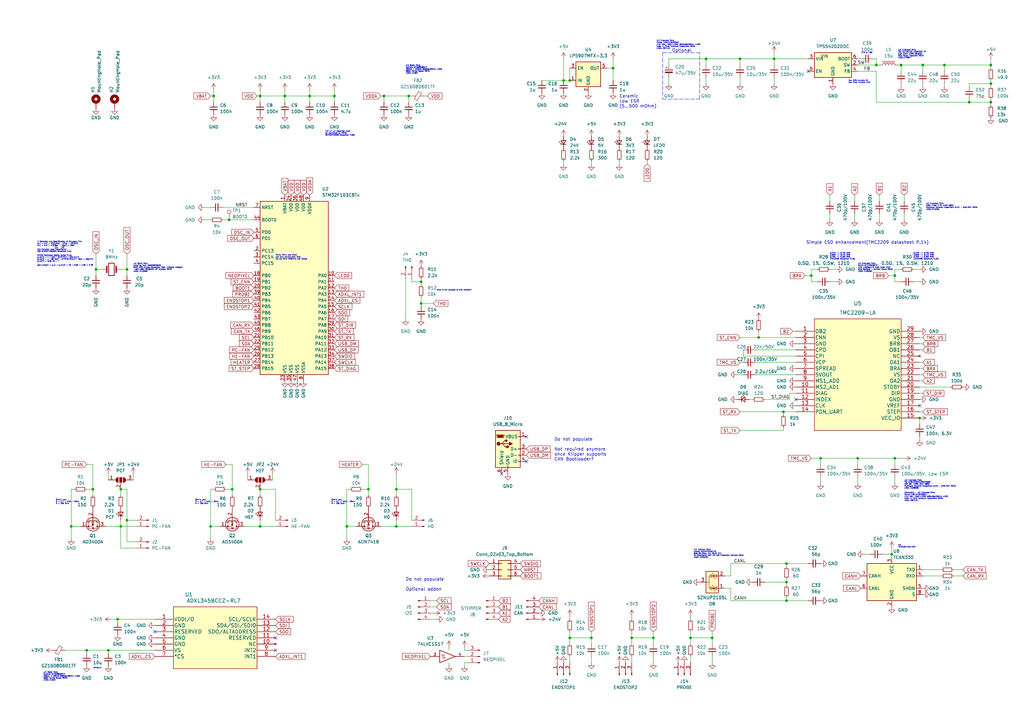
<source format=kicad_sch>
(kicad_sch (version 20211123) (generator eeschema)
  (paper "A3")
  (lib_symbols
    (symbol "74xGxx:74LVC1G17" (pin_names (offset 1.016))
      (property "Reference" "U" (at -2.54 3.81 0))
      (property "Value" "74LVC1G17" (at 0 -3.81 0))
      (symbol "74LVC1G17_1_1"
        (pin input line (at -7.62 0 0) (length 3.81) (name "~") (number "2"))
        (pin power_in line (at 0 -2.54 270) (length 0) hide (name "GND") (number "3"))
        (pin output line (at 6.35 0 180) (length 3.81) (name "~") (number "4"))
        (pin power_in line (at 0 2.54 90) (length 0) hide (name "VCC") (number "5"))
      )
    )
    (symbol "ADXL345BCCZ-RL7:ADXL345BCCZ-RL7" (pin_names (offset 0.254))
      (property "Reference" "U?" (at 13.97 10.16 0))
      (property "Value" "ADXL345BCCZ-RL7" (at 24.13 7.62 0))
      (symbol "ADXL345BCCZ-RL7_1_1"
        (pin power_in line (at 0 0 0) (length 7.62) (name "VDDI/O") (number "1"))
        (pin no_connect line (at 49.53 -10.16 180) (length 7.62) (name "NC") (number "10"))
        (pin unspecified line (at 49.53 -7.62 180) (length 7.62) (name "RESERVED") (number "11"))
        (pin unspecified line (at 49.53 -5.08 180) (length 7.62) (name "SDO/ALTADDRESS") (number "12"))
        (pin unspecified line (at 49.53 -2.54 180) (length 7.62) (name "SDA/SDI/SDIO") (number "13"))
        (pin unspecified line (at 49.53 0 180) (length 7.62) (name "SCL/SCLK") (number "14"))
        (pin power_in line (at 0 -2.54 0) (length 7.62) (name "GND") (number "2"))
        (pin unspecified line (at 0 -5.08 0) (length 7.62) (name "RESERVED") (number "3"))
        (pin power_in line (at 0 -7.62 0) (length 7.62) (name "GND") (number "4"))
        (pin power_in line (at 0 -10.16 0) (length 7.62) (name "GND") (number "5"))
        (pin unspecified line (at 0 -12.7 0) (length 7.62) (name "VS") (number "6"))
        (pin unspecified line (at 0 -15.24 0) (length 7.62) (name "*CS") (number "7"))
        (pin bidirectional line (at 49.53 -15.24 180) (length 7.62) (name "INT1") (number "8"))
        (pin bidirectional line (at 49.53 -12.7 180) (length 7.62) (name "INT2") (number "9"))
      )
    )
    (symbol "Connector:Conn_01x02_Male" (pin_names (offset 1.016) hide)
      (property "Reference" "J" (at 0 2.54 0))
      (property "Value" "Conn_01x02_Male" (at 0 -5.08 0))
      (symbol "Conn_01x02_Male_1_1"
        (pin passive line (at 5.08 0 180) (length 3.81) (name "Pin_1") (number "1"))
        (pin passive line (at 5.08 -2.54 180) (length 3.81) (name "Pin_2") (number "2"))
      )
    )
    (symbol "Connector:Conn_01x03_Male" (pin_names (offset 1.016) hide)
      (property "Reference" "J" (at 0 5.08 0))
      (property "Value" "Conn_01x03_Male" (at 0 -5.08 0))
      (symbol "Conn_01x03_Male_1_1"
        (pin passive line (at 5.08 2.54 180) (length 3.81) (name "Pin_1") (number "1"))
        (pin passive line (at 5.08 0 180) (length 3.81) (name "Pin_2") (number "2"))
        (pin passive line (at 5.08 -2.54 180) (length 3.81) (name "Pin_3") (number "3"))
      )
    )
    (symbol "Connector:Conn_01x04_Male" (pin_names (offset 1.016) hide)
      (property "Reference" "J" (at 0 5.08 0))
      (property "Value" "Conn_01x04_Male" (at 0 -7.62 0))
      (symbol "Conn_01x04_Male_1_1"
        (pin passive line (at 5.08 2.54 180) (length 3.81) (name "Pin_1") (number "1"))
        (pin passive line (at 5.08 0 180) (length 3.81) (name "Pin_2") (number "2"))
        (pin passive line (at 5.08 -2.54 180) (length 3.81) (name "Pin_3") (number "3"))
        (pin passive line (at 5.08 -5.08 180) (length 3.81) (name "Pin_4") (number "4"))
      )
    )
    (symbol "Connector:TestPoint" (pin_numbers hide) (pin_names (offset 0.762) hide)
      (property "Reference" "TP" (at 0 6.858 0))
      (property "Value" "TestPoint" (at 0 5.08 0))
      (symbol "TestPoint_1_1"
        (pin passive line (at 0 0 90) (length 2.54) (name "1") (number "1"))
      )
    )
    (symbol "Connector:USB_B_Micro" (pin_names (offset 1.016))
      (property "Reference" "J" (at -5.08 11.43 0))
      (property "Value" "USB_B_Micro" (at -5.08 8.89 0))
      (symbol "USB_B_Micro_1_1"
        (pin power_out line (at 7.62 5.08 180) (length 2.54) (name "VBUS") (number "1"))
        (pin bidirectional line (at 7.62 -2.54 180) (length 2.54) (name "D-") (number "2"))
        (pin bidirectional line (at 7.62 0 180) (length 2.54) (name "D+") (number "3"))
        (pin passive line (at 7.62 -5.08 180) (length 2.54) (name "ID") (number "4"))
        (pin power_out line (at 0 -10.16 90) (length 2.54) (name "GND") (number "5"))
        (pin passive line (at -2.54 -10.16 90) (length 2.54) (name "Shield") (number "6"))
      )
    )
    (symbol "Connector_Generic:Conn_02x03_Top_Bottom" (pin_names (offset 1.016) hide)
      (property "Reference" "J" (at 1.27 5.08 0))
      (property "Value" "Conn_02x03_Top_Bottom" (at 1.27 -5.08 0))
      (symbol "Conn_02x03_Top_Bottom_1_1"
        (pin passive line (at -5.08 2.54 0) (length 3.81) (name "Pin_1") (number "1"))
        (pin passive line (at -5.08 0 0) (length 3.81) (name "Pin_2") (number "2"))
        (pin passive line (at -5.08 -2.54 0) (length 3.81) (name "Pin_3") (number "3"))
        (pin passive line (at 7.62 2.54 180) (length 3.81) (name "Pin_4") (number "4"))
        (pin passive line (at 7.62 0 180) (length 3.81) (name "Pin_5") (number "5"))
        (pin passive line (at 7.62 -2.54 180) (length 3.81) (name "Pin_6") (number "6"))
      )
    )
    (symbol "Device:C_Polarized_Small" (pin_numbers hide) (pin_names (offset 0.254) hide)
      (property "Reference" "C" (at 0.254 1.778 0))
      (property "Value" "C_Polarized_Small" (at 0.254 -2.032 0))
      (symbol "C_Polarized_Small_1_1"
        (pin passive line (at 0 2.54 270) (length 1.8542) (name "~") (number "1"))
        (pin passive line (at 0 -2.54 90) (length 1.8542) (name "~") (number "2"))
      )
    )
    (symbol "Device:C_Small" (pin_numbers hide) (pin_names (offset 0.254) hide)
      (property "Reference" "C" (at 0.254 1.778 0))
      (property "Value" "C_Small" (at 0.254 -2.032 0))
      (symbol "C_Small_1_1"
        (pin passive line (at 0 2.54 270) (length 2.032) (name "~") (number "1"))
        (pin passive line (at 0 -2.54 90) (length 2.032) (name "~") (number "2"))
      )
    )
    (symbol "Device:Crystal" (pin_numbers hide) (pin_names (offset 1.016) hide)
      (property "Reference" "Y" (at 0 3.81 0))
      (property "Value" "Crystal" (at 0 -3.81 0))
      (symbol "Crystal_1_1"
        (pin passive line (at -3.81 0 0) (length 1.27) (name "1") (number "1"))
        (pin passive line (at 3.81 0 180) (length 1.27) (name "2") (number "2"))
      )
    )
    (symbol "Device:FerriteBead_Small" (pin_numbers hide) (pin_names (offset 0))
      (property "Reference" "FB" (at 1.905 1.27 0))
      (property "Value" "FerriteBead_Small" (at 1.905 -1.27 0))
      (symbol "FerriteBead_Small_1_1"
        (pin passive line (at 0 2.54 270) (length 1.27) (name "~") (number "1"))
        (pin passive line (at 0 -2.54 90) (length 1.27) (name "~") (number "2"))
      )
    )
    (symbol "Device:LED_Small" (pin_numbers hide) (pin_names (offset 0.254) hide)
      (property "Reference" "D" (at -1.27 3.175 0))
      (property "Value" "LED_Small" (at -4.445 -2.54 0))
      (symbol "LED_Small_1_1"
        (pin passive line (at -2.54 0 0) (length 1.778) (name "K") (number "1"))
        (pin passive line (at 2.54 0 180) (length 1.778) (name "A") (number "2"))
      )
    )
    (symbol "Device:L_Iron" (pin_numbers hide) (pin_names (offset 1.016) hide)
      (property "Reference" "L" (at -1.27 0 90))
      (property "Value" "L_Iron" (at 2.794 0 90))
      (symbol "L_Iron_1_1"
        (pin passive line (at 0 3.81 270) (length 1.27) (name "1") (number "1"))
        (pin passive line (at 0 -3.81 90) (length 1.27) (name "2") (number "2"))
      )
    )
    (symbol "Device:Q_NMOS_SGD" (pin_names (offset 0) hide)
      (property "Reference" "Q" (at 5.08 1.27 0))
      (property "Value" "Q_NMOS_SGD" (at 5.08 -1.27 0))
      (symbol "Q_NMOS_SGD_1_1"
        (pin passive line (at 2.54 -5.08 90) (length 2.54) (name "S") (number "1"))
        (pin input line (at -5.08 0 0) (length 5.08) (name "G") (number "2"))
        (pin passive line (at 2.54 5.08 270) (length 2.54) (name "D") (number "3"))
      )
    )
    (symbol "Device:R_Small" (pin_numbers hide) (pin_names (offset 0.254) hide)
      (property "Reference" "R" (at 0.762 0.508 0))
      (property "Value" "R_Small" (at 0.762 -1.016 0))
      (symbol "R_Small_1_1"
        (pin passive line (at 0 2.54 270) (length 0.762) (name "~") (number "1"))
        (pin passive line (at 0 -2.54 90) (length 0.762) (name "~") (number "2"))
      )
    )
    (symbol "Interface_CAN_LIN:TCAN330"
      (property "Reference" "U" (at -10.16 8.89 0))
      (property "Value" "TCAN330" (at 2.54 8.89 0))
      (symbol "TCAN330_1_1"
        (pin input line (at -12.7 5.08 0) (length 2.54) (name "TXD") (number "1"))
        (pin power_in line (at 0 -10.16 90) (length 2.54) (name "GND") (number "2"))
        (pin power_in line (at 0 10.16 270) (length 2.54) (name "VCC") (number "3"))
        (pin tri_state line (at -12.7 2.54 0) (length 2.54) (name "RXD") (number "4"))
        (pin input line (at -12.7 -2.54 0) (length 2.54) (name "SHDN") (number "5"))
        (pin bidirectional line (at 12.7 -2.54 180) (length 2.54) (name "CANL") (number "6"))
        (pin bidirectional line (at 12.7 2.54 180) (length 2.54) (name "CANH") (number "7"))
        (pin input line (at -12.7 -5.08 0) (length 2.54) (name "S") (number "8"))
      )
    )
    (symbol "Jumper:SolderJumper_3_Open" (pin_names (offset 0) hide)
      (property "Reference" "JP" (at -2.54 -2.54 0))
      (property "Value" "SolderJumper_3_Open" (at 0 2.794 0))
      (symbol "SolderJumper_3_Open_1_1"
        (pin passive line (at -5.08 0 0) (length 2.54) (name "A") (number "1"))
        (pin input line (at 0 -3.81 90) (length 2.54) (name "C") (number "2"))
        (pin passive line (at 5.08 0 180) (length 2.54) (name "B") (number "3"))
      )
    )
    (symbol "MCU_ST_STM32F1:STM32F103C8Tx"
      (property "Reference" "U" (at -15.24 36.83 0))
      (property "Value" "STM32F103C8Tx" (at 7.62 36.83 0))
      (symbol "STM32F103C8Tx_1_1"
        (pin power_in line (at -5.08 38.1 270) (length 2.54) (name "VBAT") (number "1"))
        (pin bidirectional line (at 15.24 5.08 180) (length 2.54) (name "PA0") (number "10"))
        (pin bidirectional line (at 15.24 2.54 180) (length 2.54) (name "PA1") (number "11"))
        (pin bidirectional line (at 15.24 0 180) (length 2.54) (name "PA2") (number "12"))
        (pin bidirectional line (at 15.24 -2.54 180) (length 2.54) (name "PA3") (number "13"))
        (pin bidirectional line (at 15.24 -5.08 180) (length 2.54) (name "PA4") (number "14"))
        (pin bidirectional line (at 15.24 -7.62 180) (length 2.54) (name "PA5") (number "15"))
        (pin bidirectional line (at 15.24 -10.16 180) (length 2.54) (name "PA6") (number "16"))
        (pin bidirectional line (at 15.24 -12.7 180) (length 2.54) (name "PA7") (number "17"))
        (pin bidirectional line (at -17.78 5.08 0) (length 2.54) (name "PB0") (number "18"))
        (pin bidirectional line (at -17.78 2.54 0) (length 2.54) (name "PB1") (number "19"))
        (pin bidirectional line (at -17.78 15.24 0) (length 2.54) (name "PC13") (number "2"))
        (pin bidirectional line (at -17.78 0 0) (length 2.54) (name "PB2") (number "20"))
        (pin bidirectional line (at -17.78 -20.32 0) (length 2.54) (name "PB10") (number "21"))
        (pin bidirectional line (at -17.78 -22.86 0) (length 2.54) (name "PB11") (number "22"))
        (pin power_in line (at -5.08 -38.1 90) (length 2.54) (name "VSS") (number "23"))
        (pin power_in line (at -2.54 38.1 270) (length 2.54) (name "VDD") (number "24"))
        (pin bidirectional line (at -17.78 -25.4 0) (length 2.54) (name "PB12") (number "25"))
        (pin bidirectional line (at -17.78 -27.94 0) (length 2.54) (name "PB13") (number "26"))
        (pin bidirectional line (at -17.78 -30.48 0) (length 2.54) (name "PB14") (number "27"))
        (pin bidirectional line (at -17.78 -33.02 0) (length 2.54) (name "PB15") (number "28"))
        (pin bidirectional line (at 15.24 -15.24 180) (length 2.54) (name "PA8") (number "29"))
        (pin bidirectional line (at -17.78 12.7 0) (length 2.54) (name "PC14") (number "3"))
        (pin bidirectional line (at 15.24 -17.78 180) (length 2.54) (name "PA9") (number "30"))
        (pin bidirectional line (at 15.24 -20.32 180) (length 2.54) (name "PA10") (number "31"))
        (pin bidirectional line (at 15.24 -22.86 180) (length 2.54) (name "PA11") (number "32"))
        (pin bidirectional line (at 15.24 -25.4 180) (length 2.54) (name "PA12") (number "33"))
        (pin bidirectional line (at 15.24 -27.94 180) (length 2.54) (name "PA13") (number "34"))
        (pin power_in line (at -2.54 -38.1 90) (length 2.54) (name "VSS") (number "35"))
        (pin power_in line (at 0 38.1 270) (length 2.54) (name "VDD") (number "36"))
        (pin bidirectional line (at 15.24 -30.48 180) (length 2.54) (name "PA14") (number "37"))
        (pin bidirectional line (at 15.24 -33.02 180) (length 2.54) (name "PA15") (number "38"))
        (pin bidirectional line (at -17.78 -2.54 0) (length 2.54) (name "PB3") (number "39"))
        (pin bidirectional line (at -17.78 10.16 0) (length 2.54) (name "PC15") (number "4"))
        (pin bidirectional line (at -17.78 -5.08 0) (length 2.54) (name "PB4") (number "40"))
        (pin bidirectional line (at -17.78 -7.62 0) (length 2.54) (name "PB5") (number "41"))
        (pin bidirectional line (at -17.78 -10.16 0) (length 2.54) (name "PB6") (number "42"))
        (pin bidirectional line (at -17.78 -12.7 0) (length 2.54) (name "PB7") (number "43"))
        (pin input line (at -17.78 27.94 0) (length 2.54) (name "BOOT0") (number "44"))
        (pin bidirectional line (at -17.78 -15.24 0) (length 2.54) (name "PB8") (number "45"))
        (pin bidirectional line (at -17.78 -17.78 0) (length 2.54) (name "PB9") (number "46"))
        (pin power_in line (at 0 -38.1 90) (length 2.54) (name "VSS") (number "47"))
        (pin power_in line (at 2.54 38.1 270) (length 2.54) (name "VDD") (number "48"))
        (pin input line (at -17.78 22.86 0) (length 2.54) (name "PD0") (number "5"))
        (pin input line (at -17.78 20.32 0) (length 2.54) (name "PD1") (number "6"))
        (pin input line (at -17.78 33.02 0) (length 2.54) (name "NRST") (number "7"))
        (pin power_in line (at 2.54 -38.1 90) (length 2.54) (name "VSSA") (number "8"))
        (pin power_in line (at 5.08 38.1 270) (length 2.54) (name "VDDA") (number "9"))
      )
    )
    (symbol "Mechanical:MountingHole_Pad" (pin_numbers hide) (pin_names (offset 1.016) hide)
      (property "Reference" "H" (at 0 6.35 0))
      (property "Value" "MountingHole_Pad" (at 0 4.445 0))
      (symbol "MountingHole_Pad_1_1"
        (pin input line (at 0 -2.54 90) (length 2.54) (name "1") (number "1"))
      )
    )
    (symbol "Power_Protection:SZNUP2105L" (pin_names hide)
      (property "Reference" "D" (at 5.715 2.54 0))
      (property "Value" "SZNUP2105L" (at 5.715 0.635 0))
      (symbol "SZNUP2105L_0_0"
        (pin passive line (at 0 -5.08 90) (length 2.54) (name "A") (number "3"))
      )
      (symbol "SZNUP2105L_1_1"
        (pin passive line (at -2.54 5.08 270) (length 2.54) (name "K") (number "1"))
        (pin passive line (at 2.54 5.08 270) (length 2.54) (name "K") (number "2"))
      )
    )
    (symbol "Regulator_Linear:LP5907MFX-3.3"
      (property "Reference" "U?" (at 0 10.16 0))
      (property "Value" "LP5907MFX-3.3" (at 0 7.62 0))
      (symbol "LP5907MFX-3.3_0_1"
        (pin power_in line (at -7.62 -2.54 0) (length 2.54) (name "IN") (number "1"))
        (pin power_in line (at 0 -7.62 90) (length 2.54) (name "GND") (number "2"))
        (pin input line (at -7.62 2.54 0) (length 2.54) (name "EN") (number "3"))
        (pin no_connect line (at 5.08 0 180) (length 2.54) hide (name "NC") (number "4"))
        (pin power_out line (at 7.62 2.54 180) (length 2.54) (name "OUT") (number "5"))
      )
    )
    (symbol "Regulator_Switching:TPS54202DDC"
      (property "Reference" "U" (at -7.62 6.35 0))
      (property "Value" "TPS54202DDC" (at 0 6.35 0))
      (symbol "TPS54202DDC_1_1"
        (pin power_in line (at 0 -7.62 90) (length 2.54) (name "GND") (number "1"))
        (pin power_out line (at 10.16 0 180) (length 2.54) (name "SW") (number "2"))
        (pin power_in line (at -10.16 2.54 0) (length 2.54) (name "VIN") (number "3"))
        (pin input line (at 10.16 -2.54 180) (length 2.54) (name "FB") (number "4"))
        (pin input line (at -10.16 -2.54 0) (length 2.54) (name "EN") (number "5"))
        (pin passive line (at 10.16 2.54 180) (length 2.54) (name "BOOT") (number "6"))
      )
    )
    (symbol "Regulator_Switching:TPS56339DDC"
      (property "Reference" "U" (at -7.62 6.35 0))
      (property "Value" "TPS56339DDC" (at -2.54 6.35 0))
      (symbol "TPS56339DDC_1_1"
        (pin power_in line (at 0 -7.62 90) (length 2.54) (name "GND") (number "1"))
        (pin power_out line (at 10.16 2.54 180) (length 2.54) (name "SW") (number "2"))
        (pin power_in line (at -10.16 2.54 0) (length 2.54) (name "VIN") (number "3"))
        (pin input line (at 10.16 -2.54 180) (length 2.54) (name "FB") (number "4"))
        (pin input line (at -10.16 -2.54 0) (length 2.54) (name "EN") (number "5"))
        (pin passive line (at 10.16 0 180) (length 2.54) (name "BOOT") (number "6"))
      )
    )
    (symbol "TMC2209-LA:TMC2209-LA" (pin_names (offset 0.254))
      (property "Reference" "U?" (at 25.4 11.43 0))
      (property "Value" "TMC2209-LA" (at 25.4 7.62 0))
      (symbol "TMC2209-LA_1_1"
        (pin output line (at 0 0 0) (length 7.62) (name "OB2") (number "1"))
        (pin input line (at 0 -22.86 0) (length 7.62) (name "MS2_AD1") (number "10"))
        (pin output line (at 0 -25.4 0) (length 7.62) (name "DIAG") (number "11"))
        (pin output line (at 0 -27.94 0) (length 7.62) (name "INDEX") (number "12"))
        (pin input line (at 0 -30.48 0) (length 7.62) (name "CLK") (number "13"))
        (pin bidirectional line (at 0 -33.02 0) (length 7.62) (name "PDN_UART") (number "14"))
        (pin power_in line (at 50.8 -35.56 180) (length 7.62) (name "VCC_IO") (number "15"))
        (pin input line (at 50.8 -33.02 180) (length 7.62) (name "STEP") (number "16"))
        (pin unspecified line (at 50.8 -30.48 180) (length 7.62) (name "VREF") (number "17"))
        (pin input line (at 50.8 -27.94 180) (length 7.62) (name "GND") (number "18"))
        (pin input line (at 50.8 -25.4 180) (length 7.62) (name "DIR") (number "19"))
        (pin input line (at 0 -2.54 0) (length 7.62) (name "ENN") (number "2"))
        (pin power_in line (at 50.8 -22.86 180) (length 7.62) (name "STDBY") (number "20"))
        (pin output line (at 50.8 -20.32 180) (length 7.62) (name "OA2") (number "21"))
        (pin power_in line (at 50.8 -17.78 180) (length 7.62) (name "VS") (number "22"))
        (pin unspecified line (at 50.8 -15.24 180) (length 7.62) (name "BRA") (number "23"))
        (pin output line (at 50.8 -12.7 180) (length 7.62) (name "OA1") (number "24"))
        (pin no_connect line (at 50.8 -10.16 180) (length 7.62) (name "NC") (number "25"))
        (pin output line (at 50.8 -7.62 180) (length 7.62) (name "OB1") (number "26"))
        (pin unspecified line (at 50.8 -5.08 180) (length 7.62) (name "BRB") (number "27"))
        (pin power_in line (at 50.8 -2.54 180) (length 7.62) (name "VS") (number "28"))
        (pin power_in line (at 50.8 0 180) (length 7.62) (name "GND") (number "29"))
        (pin power_in line (at 0 -5.08 0) (length 7.62) (name "GND") (number "3"))
        (pin output line (at 0 -7.62 0) (length 7.62) (name "CPO") (number "4"))
        (pin input line (at 0 -10.16 0) (length 7.62) (name "CPI") (number "5"))
        (pin power_in line (at 0 -12.7 0) (length 7.62) (name "VCP") (number "6"))
        (pin input line (at 0 -15.24 0) (length 7.62) (name "SPREAD") (number "7"))
        (pin output line (at 0 -17.78 0) (length 7.62) (name "5VOUT") (number "8"))
        (pin input line (at 0 -20.32 0) (length 7.62) (name "MS1_AD0") (number "9"))
      )
    )
    (symbol "power:+24V" (power) (pin_names (offset 0))
      (property "Value" "+24V" (at 0 3.556 0))
      (symbol "+24V_1_1"
        (pin power_in line (at 0 0 90) (length 0) hide (name "+24V") (number "1"))
      )
    )
    (symbol "power:+3.3V" (power) (pin_names (offset 0))
      (property "Value" "+3.3V" (at 0 3.556 0))
      (symbol "+3.3V_1_1"
        (pin power_in line (at 0 0 90) (length 0) hide (name "+3V3") (number "1"))
      )
    )
    (symbol "power:+5V" (power) (pin_names (offset 0))
      (property "Value" "+5V" (at 0 3.556 0))
      (symbol "+5V_1_1"
        (pin power_in line (at 0 0 90) (length 0) hide (name "+5V") (number "1"))
      )
    )
    (symbol "power:GND" (power) (pin_names (offset 0))
      (property "Value" "GND" (at 0 -3.81 0))
      (symbol "GND_1_1"
        (pin power_in line (at 0 0 270) (length 0) hide (name "GND") (number "1"))
      )
    )
  )
  (junction (at 35.56 266.7))
  (junction (at 406.4 26.67))
  (junction (at 233.68 33.02))
  (junction (at 332.74 113.03))
  (junction (at 87.63 39.37))
  (junction (at 365.76 -21.59))
  (junction (at 106.68 215.9))
  (junction (at 38.1 200.66))
  (junction (at 387.35 26.67))
  (junction (at 231.14 33.02))
  (junction (at 406.4 41.91))
  (junction (at 49.53 200.66))
  (junction (at 172.72 124.46))
  (junction (at 93.98 90.17))
  (junction (at 106.68 39.37))
  (junction (at 317.5 -16.51))
  (junction (at 167.64 39.37))
  (junction (at 283.21 261.62))
  (junction (at 375.92 -11.43))
  (junction (at 367.03 187.96))
  (junction (at 303.53 24.13))
  (junction (at 259.08 261.62))
  (junction (at 151.13 200.66))
  (junction (at 162.56 215.9))
  (junction (at 49.53 215.9))
  (junction (at 377.19 171.45))
  (junction (at 52.07 213.36))
  (junction (at 351.79 187.96))
  (junction (at 48.26 254))
  (junction (at 157.48 39.37))
  (junction (at 267.97 261.62))
  (junction (at 397.51 41.91))
  (junction (at 359.41 26.67))
  (junction (at 292.1 261.62))
  (junction (at 137.16 39.37))
  (junction (at 322.58 238.76))
  (junction (at 86.36 215.9))
  (junction (at 322.58 246.38))
  (junction (at 39.37 110.49))
  (junction (at 406.4 34.29))
  (junction (at 106.68 200.66))
  (junction (at 172.72 115.57))
  (junction (at 375.92 -21.59))
  (junction (at 162.56 200.66))
  (junction (at 311.15 138.43))
  (junction (at 116.84 39.37))
  (junction (at 289.56 24.13))
  (junction (at 322.58 231.14))
  (junction (at 321.31 168.91))
  (junction (at 386.08 -21.59))
  (junction (at 317.5 24.13))
  (junction (at 44.45 266.7))
  (junction (at 378.46 26.67))
  (junction (at 303.53 -16.51))
  (junction (at 369.57 26.67))
  (junction (at 251.46 27.94))
  (junction (at 52.07 110.49))
  (junction (at 95.25 200.66))
  (junction (at 142.24 215.9))
  (junction (at 242.57 261.62))
  (junction (at 367.03 113.03))
  (junction (at 233.68 261.62))
  (junction (at 365.76 227.33))
  (junction (at 29.21 215.9))
  (junction (at 127 39.37))
  (junction (at 336.55 187.96))
  (no_connect (at 63.5 259.08))
  (no_connect (at 113.03 261.62))
  (no_connect (at 331.47 29.21))
  (no_connect (at 215.9 189.23))
  (no_connect (at 215.9 179.07))
  (no_connect (at 113.03 266.7))
  (no_connect (at 331.47 -11.43))
  (no_connect (at 326.39 163.83))
  (no_connect (at 205.74 194.31))
  (no_connect (at 377.19 166.37))
  (wire (pts (xy 267.97 261.62) (xy 267.97 259.08)))
  (wire (pts (xy 142.24 215.9) (xy 142.24 200.66)))
  (wire (pts (xy 92.71 200.66) (xy 95.25 200.66)))
  (wire (pts (xy 378.46 233.68) (xy 386.08 233.68)))
  (wire (pts (xy 369.57 26.67) (xy 368.3 26.67)))
  (wire (pts (xy 274.32 24.13) (xy 289.56 24.13)))
  (wire (pts (xy 190.5 269.24) (xy 191.77 269.24)))
  (wire (pts (xy 259.08 269.24) (xy 259.08 271.78)))
  (wire (pts (xy 231.14 33.02) (xy 233.68 33.02)))
  (wire (pts (xy 322.58 237.49) (xy 322.58 238.76)))
  (wire (pts (xy 341.63 -5.08) (xy 341.63 -6.35)))
  (wire (pts (xy 190.5 273.05) (xy 190.5 271.78)))
  (wire (pts (xy 351.79 190.5) (xy 351.79 187.96)))
  (wire (pts (xy 369.57 29.21) (xy 369.57 26.67)))
  (wire (pts (xy 303.53 176.53) (xy 321.31 176.53)))
  (wire (pts (xy 251.46 24.13) (xy 251.46 27.94)))
  (wire (pts (xy 332.74 110.49) (xy 335.28 110.49)))
  (wire (pts (xy 259.08 261.62) (xy 267.97 261.62)))
  (wire (pts (xy 322.58 238.76) (xy 313.69 238.76)))
  (wire (pts (xy 111.76 196.85) (xy 111.76 194.31)))
  (wire (pts (xy 351.79 29.21) (xy 359.41 29.21)))
  (wire (pts (xy 397.51 40.64) (xy 397.51 41.91)))
  (wire (pts (xy 156.21 215.9) (xy 162.56 215.9)))
  (wire (pts (xy 106.68 36.83) (xy 106.68 39.37)))
  (wire (pts (xy 304.8 143.51) (xy 304.8 146.05)))
  (wire (pts (xy 95.25 190.5) (xy 95.25 200.66)))
  (wire (pts (xy 359.41 29.21) (xy 359.41 41.91)))
  (wire (pts (xy 321.31 176.53) (xy 321.31 175.26)))
  (wire (pts (xy 283.21 264.16) (xy 283.21 261.62)))
  (wire (pts (xy 332.74 187.96) (xy 336.55 187.96)))
  (wire (pts (xy 321.31 168.91) (xy 321.31 170.18)))
  (wire (pts (xy 113.03 215.9) (xy 106.68 215.9)))
  (wire (pts (xy 361.95 227.33) (xy 365.76 227.33)))
  (wire (pts (xy 370.84 80.01) (xy 370.84 82.55)))
  (wire (pts (xy 137.16 39.37) (xy 137.16 41.91)))
  (wire (pts (xy 95.25 203.2) (xy 95.25 200.66)))
  (wire (pts (xy 151.13 203.2) (xy 151.13 200.66)))
  (wire (pts (xy 309.88 143.51) (xy 326.39 143.51)))
  (wire (pts (xy 52.07 200.66) (xy 49.53 200.66)))
  (wire (pts (xy 231.14 66.04) (xy 231.14 67.31)))
  (wire (pts (xy 307.34 163.83) (xy 308.61 163.83)))
  (wire (pts (xy 317.5 -8.89) (xy 317.5 -6.35)))
  (wire (pts (xy 332.74 113.03) (xy 332.74 110.49)))
  (wire (pts (xy 367.03 115.57) (xy 369.57 115.57)))
  (polyline (pts (xy 271.78 21.59) (xy 271.78 40.64)))
  (wire (pts (xy 101.6 194.31) (xy 101.6 196.85)))
  (wire (pts (xy 162.56 200.66) (xy 162.56 203.2)))
  (wire (pts (xy 397.51 41.91) (xy 406.4 41.91)))
  (wire (pts (xy 365.76 224.79) (xy 365.76 227.33)))
  (wire (pts (xy 386.08 -10.16) (xy 386.08 -5.08)))
  (wire (pts (xy 360.68 80.01) (xy 360.68 82.55)))
  (wire (pts (xy 360.68 87.63) (xy 360.68 90.17)))
  (wire (pts (xy 378.46 153.67) (xy 377.19 153.67)))
  (wire (pts (xy 367.03 187.96) (xy 351.79 187.96)))
  (wire (pts (xy 322.58 231.14) (xy 322.58 232.41)))
  (wire (pts (xy 351.79 -13.97) (xy 355.6 -13.97)))
  (wire (pts (xy 35.56 200.66) (xy 38.1 200.66)))
  (wire (pts (xy 39.37 110.49) (xy 41.91 110.49)))
  (wire (pts (xy 116.84 39.37) (xy 116.84 41.91)))
  (wire (pts (xy 292.1 261.62) (xy 292.1 264.16)))
  (wire (pts (xy 283.21 252.73) (xy 283.21 254)))
  (wire (pts (xy 242.57 261.62) (xy 242.57 259.08)))
  (wire (pts (xy 127 39.37) (xy 127 41.91)))
  (wire (pts (xy 86.36 39.37) (xy 87.63 39.37)))
  (wire (pts (xy 299.72 246.38) (xy 322.58 246.38)))
  (wire (pts (xy 350.52 87.63) (xy 350.52 90.17)))
  (wire (pts (xy 351.79 -21.59) (xy 365.76 -21.59)))
  (wire (pts (xy 116.84 36.83) (xy 116.84 39.37)))
  (wire (pts (xy 283.21 261.62) (xy 292.1 261.62)))
  (wire (pts (xy 325.12 135.89) (xy 326.39 135.89)))
  (wire (pts (xy 265.43 66.04) (xy 265.43 67.31)))
  (wire (pts (xy 242.57 269.24) (xy 242.57 271.78)))
  (wire (pts (xy 91.44 85.09) (xy 104.14 85.09)))
  (wire (pts (xy 377.19 171.45) (xy 377.19 173.99)))
  (wire (pts (xy 259.08 264.16) (xy 259.08 261.62)))
  (wire (pts (xy 45.72 254) (xy 48.26 254)))
  (wire (pts (xy 375.92 -10.16) (xy 375.92 -11.43)))
  (wire (pts (xy 254 66.04) (xy 254 67.31)))
  (wire (pts (xy 52.07 213.36) (xy 52.07 200.66)))
  (wire (pts (xy 367.03 195.58) (xy 367.03 198.12)))
  (wire (pts (xy 184.15 265.43) (xy 184.15 266.7)))
  (wire (pts (xy 351.79 -16.51) (xy 351.79 -21.59)))
  (wire (pts (xy 317.5 21.59) (xy 317.5 24.13)))
  (wire (pts (xy 374.65 110.49) (xy 377.19 110.49)))
  (wire (pts (xy 168.91 200.66) (xy 162.56 200.66)))
  (wire (pts (xy 378.46 140.97) (xy 377.19 140.97)))
  (wire (pts (xy 375.92 -19.05) (xy 375.92 -21.59)))
  (wire (pts (xy 157.48 41.91) (xy 157.48 39.37)))
  (wire (pts (xy 289.56 -16.51) (xy 303.53 -16.51)))
  (wire (pts (xy 83.82 85.09) (xy 86.36 85.09)))
  (wire (pts (xy 55.88 215.9) (xy 49.53 215.9)))
  (wire (pts (xy 378.46 151.13) (xy 377.19 151.13)))
  (wire (pts (xy 54.61 196.85) (xy 54.61 194.31)))
  (wire (pts (xy 354.33 227.33) (xy 356.87 227.33)))
  (wire (pts (xy 55.88 224.79) (xy 49.53 224.79)))
  (wire (pts (xy 177.8 124.46) (xy 172.72 124.46)))
  (wire (pts (xy 137.16 36.83) (xy 137.16 39.37)))
  (wire (pts (xy 378.46 148.59) (xy 377.19 148.59)))
  (wire (pts (xy 179.07 246.38) (xy 176.53 246.38)))
  (wire (pts (xy 317.5 31.75) (xy 317.5 34.29)))
  (wire (pts (xy 127 39.37) (xy 137.16 39.37)))
  (wire (pts (xy 106.68 39.37) (xy 106.68 41.91)))
  (wire (pts (xy 340.36 115.57) (xy 342.9 115.57)))
  (wire (pts (xy 378.46 168.91) (xy 377.19 168.91)))
  (wire (pts (xy 313.69 163.83) (xy 323.85 163.83)))
  (wire (pts (xy 113.03 200.66) (xy 106.68 200.66)))
  (wire (pts (xy 251.46 27.94) (xy 248.92 27.94)))
  (wire (pts (xy 394.97 233.68) (xy 391.16 233.68)))
  (wire (pts (xy 394.97 236.22) (xy 391.16 236.22)))
  (wire (pts (xy 35.56 266.7) (xy 44.45 266.7)))
  (wire (pts (xy 303.53 31.75) (xy 303.53 34.29)))
  (wire (pts (xy 358.14 24.13) (xy 359.41 24.13)))
  (wire (pts (xy 49.53 215.9) (xy 49.53 224.79)))
  (wire (pts (xy 39.37 113.03) (xy 39.37 110.49)))
  (wire (pts (xy 179.07 248.92) (xy 176.53 248.92)))
  (wire (pts (xy 191.77 266.7) (xy 190.5 266.7)))
  (wire (pts (xy 350.52 80.01) (xy 350.52 82.55)))
  (wire (pts (xy 48.26 254) (xy 63.5 254)))
  (wire (pts (xy 351.79 195.58) (xy 351.79 198.12)))
  (wire (pts (xy 113.03 213.36) (xy 113.03 200.66)))
  (wire (pts (xy 387.35 26.67) (xy 387.35 29.21)))
  (wire (pts (xy 303.53 148.59) (xy 304.8 148.59)))
  (wire (pts (xy 242.57 261.62) (xy 242.57 264.16)))
  (wire (pts (xy 304.8 146.05) (xy 326.39 146.05)))
  (wire (pts (xy 49.53 213.36) (xy 49.53 215.9)))
  (wire (pts (xy 289.56 31.75) (xy 289.56 34.29)))
  (wire (pts (xy 172.72 124.46) (xy 172.72 121.92)))
  (wire (pts (xy 303.53 26.67) (xy 303.53 24.13)))
  (wire (pts (xy 44.45 266.7) (xy 44.45 267.97)))
  (wire (pts (xy 322.58 238.76) (xy 322.58 240.03)))
  (wire (pts (xy 377.19 158.75) (xy 389.89 158.75)))
  (wire (pts (xy 52.07 110.49) (xy 49.53 110.49)))
  (wire (pts (xy 394.97 -15.24) (xy 394.97 -21.59)))
  (wire (pts (xy 251.46 33.02) (xy 251.46 27.94)))
  (wire (pts (xy 336.55 187.96) (xy 336.55 190.5)))
  (wire (pts (xy 267.97 269.24) (xy 267.97 271.78)))
  (wire (pts (xy 375.92 -21.59) (xy 374.65 -21.59)))
  (wire (pts (xy 167.64 39.37) (xy 168.91 39.37)))
  (wire (pts (xy 375.92 -13.97) (xy 375.92 -11.43)))
  (wire (pts (xy 397.51 34.29) (xy 406.4 34.29)))
  (wire (pts (xy 351.79 26.67) (xy 359.41 26.67)))
  (wire (pts (xy 43.18 215.9) (xy 49.53 215.9)))
  (wire (pts (xy 387.35 35.56) (xy 387.35 34.29)))
  (wire (pts (xy 364.49 113.03) (xy 367.03 113.03)))
  (wire (pts (xy 233.68 261.62) (xy 242.57 261.62)))
  (wire (pts (xy 326.39 161.29) (xy 323.85 161.29)))
  (wire (pts (xy 317.5 -19.05) (xy 317.5 -16.51)))
  (wire (pts (xy 387.35 26.67) (xy 406.4 26.67)))
  (wire (pts (xy 231.14 24.13) (xy 231.14 33.02)))
  (polyline (pts (xy 287.02 40.64) (xy 287.02 21.59)))
  (wire (pts (xy 87.63 39.37) (xy 87.63 41.91)))
  (wire (pts (xy 303.53 138.43) (xy 311.15 138.43)))
  (wire (pts (xy 92.71 190.5) (xy 95.25 190.5)))
  (wire (pts (xy 378.46 143.51) (xy 377.19 143.51)))
  (wire (pts (xy 259.08 252.73) (xy 259.08 254)))
  (wire (pts (xy 378.46 161.29) (xy 377.19 161.29)))
  (wire (pts (xy 289.56 24.13) (xy 303.53 24.13)))
  (wire (pts (xy 52.07 104.14) (xy 52.07 110.49)))
  (wire (pts (xy 148.59 190.5) (xy 151.13 190.5)))
  (wire (pts (xy 299.72 236.22) (xy 297.18 236.22)))
  (wire (pts (xy 340.36 110.49) (xy 342.9 110.49)))
  (wire (pts (xy 378.46 26.67) (xy 387.35 26.67)))
  (wire (pts (xy 190.5 266.7) (xy 190.5 265.43)))
  (wire (pts (xy 369.57 35.56) (xy 369.57 34.29)))
  (wire (pts (xy 397.51 35.56) (xy 397.51 34.29)))
  (wire (pts (xy 365.76 -21.59) (xy 367.03 -21.59)))
  (wire (pts (xy 259.08 259.08) (xy 259.08 261.62)))
  (wire (pts (xy 367.03 113.03) (xy 367.03 110.49)))
  (wire (pts (xy 55.88 222.25) (xy 52.07 222.25)))
  (wire (pts (xy 168.91 213.36) (xy 168.91 200.66)))
  (wire (pts (xy 330.2 113.03) (xy 332.74 113.03)))
  (wire (pts (xy 283.21 259.08) (xy 283.21 261.62)))
  (wire (pts (xy 359.41 41.91) (xy 397.51 41.91)))
  (wire (pts (xy 303.53 -16.51) (xy 317.5 -16.51)))
  (wire (pts (xy 302.26 153.67) (xy 304.8 153.67)))
  (wire (pts (xy 100.33 215.9) (xy 106.68 215.9)))
  (wire (pts (xy 289.56 -13.97) (xy 289.56 -16.51)))
  (wire (pts (xy 367.03 187.96) (xy 370.84 187.96)))
  (wire (pts (xy 406.4 41.91) (xy 406.4 40.64)))
  (wire (pts (xy 340.36 87.63) (xy 340.36 90.17)))
  (wire (pts (xy 29.21 215.9) (xy 29.21 220.98)))
  (wire (pts (xy 106.68 213.36) (xy 106.68 215.9)))
  (wire (pts (xy 297.18 241.3) (xy 299.72 241.3)))
  (wire (pts (xy 299.72 231.14) (xy 322.58 231.14)))
  (wire (pts (xy 26.67 266.7) (xy 35.56 266.7)))
  (wire (pts (xy 44.45 266.7) (xy 63.5 266.7)))
  (wire (pts (xy 233.68 27.94) (xy 233.68 33.02)))
  (wire (pts (xy 162.56 213.36) (xy 162.56 215.9)))
  (wire (pts (xy 370.84 87.63) (xy 370.84 90.17)))
  (polyline (pts (xy 271.78 40.64) (xy 287.02 40.64)))
  (wire (pts (xy 83.82 90.17) (xy 86.36 90.17)))
  (wire (pts (xy 38.1 203.2) (xy 38.1 200.66)))
  (wire (pts (xy 336.55 195.58) (xy 336.55 198.12)))
  (wire (pts (xy 406.4 24.13) (xy 406.4 26.67)))
  (wire (pts (xy 386.08 -21.59) (xy 386.08 -15.24)))
  (wire (pts (xy 146.05 215.9) (xy 142.24 215.9)))
  (wire (pts (xy 378.46 29.21) (xy 378.46 26.67)))
  (wire (pts (xy 184.15 273.05) (xy 184.15 271.78)))
  (wire (pts (xy 332.74 113.03) (xy 332.74 115.57)))
  (wire (pts (xy 406.4 43.18) (xy 406.4 41.91)))
  (wire (pts (xy 87.63 200.66) (xy 86.36 200.66)))
  (wire (pts (xy 86.36 215.9) (xy 86.36 200.66)))
  (wire (pts (xy 173.99 39.37) (xy 175.26 39.37)))
  (wire (pts (xy 353.06 24.13) (xy 351.79 24.13)))
  (wire (pts (xy 317.5 -16.51) (xy 331.47 -16.51)))
  (wire (pts (xy 378.46 156.21) (xy 377.19 156.21)))
  (wire (pts (xy 299.72 241.3) (xy 299.72 246.38)))
  (wire (pts (xy 394.97 -21.59) (xy 386.08 -21.59)))
  (wire (pts (xy 87.63 36.83) (xy 87.63 39.37)))
  (wire (pts (xy 309.88 153.67) (xy 326.39 153.67)))
  (wire (pts (xy 190.5 271.78) (xy 191.77 271.78)))
  (wire (pts (xy 311.15 135.89) (xy 311.15 138.43)))
  (wire (pts (xy 39.37 104.14) (xy 39.37 110.49)))
  (wire (pts (xy 303.53 168.91) (xy 321.31 168.91)))
  (wire (pts (xy 106.68 200.66) (xy 106.68 203.2)))
  (wire (pts (xy 323.85 161.29) (xy 323.85 163.83)))
  (wire (pts (xy 351.79 187.96) (xy 336.55 187.96)))
  (wire (pts (xy 367.03 190.5) (xy 367.03 187.96)))
  (wire (pts (xy 233.68 252.73) (xy 233.68 254)))
  (wire (pts (xy 359.41 24.13) (xy 359.41 26.67)))
  (wire (pts (xy 303.53 -13.97) (xy 303.53 -16.51)))
  (wire (pts (xy 406.4 34.29) (xy 406.4 35.56)))
  (wire (pts (xy 176.53 254) (xy 179.07 254)))
  (wire (pts (xy 233.68 264.16) (xy 233.68 261.62)))
  (wire (pts (xy 172.72 114.3) (xy 172.72 115.57)))
  (wire (pts (xy 299.72 231.14) (xy 299.72 236.22)))
  (wire (pts (xy 148.59 200.66) (xy 151.13 200.66)))
  (wire (pts (xy 367.03 113.03) (xy 367.03 115.57)))
  (wire (pts (xy 377.19 179.07) (xy 377.19 180.34)))
  (wire (pts (xy 332.74 115.57) (xy 335.28 115.57)))
  (wire (pts (xy 375.92 -21.59) (xy 386.08 -21.59)))
  (wire (pts (xy 116.84 39.37) (xy 127 39.37)))
  (wire (pts (xy 233.68 269.24) (xy 233.68 271.78)))
  (wire (pts (xy 35.56 190.5) (xy 38.1 190.5)))
  (wire (pts (xy 374.65 115.57) (xy 377.19 115.57)))
  (wire (pts (xy 157.48 39.37) (xy 167.64 39.37)))
  (wire (pts (xy 172.72 124.46) (xy 172.72 125.73)))
  (wire (pts (xy 105.41 39.37) (xy 106.68 39.37)))
  (wire (pts (xy 289.56 -8.89) (xy 289.56 -6.35)))
  (wire (pts (xy 35.56 267.97) (xy 35.56 266.7)))
  (wire (pts (xy 52.07 222.25) (xy 52.07 213.36)))
  (wire (pts (xy 86.36 215.9) (xy 86.36 220.98)))
  (wire (pts (xy 52.07 113.03) (xy 52.07 110.49)))
  (wire (pts (xy 127 36.83) (xy 127 39.37)))
  (wire (pts (xy 351.79 -11.43) (xy 375.92 -11.43)))
  (wire (pts (xy 48.26 254) (xy 48.26 255.27)))
  (wire (pts (xy 369.57 26.67) (xy 378.46 26.67)))
  (wire (pts (xy 406.4 26.67) (xy 406.4 27.94)))
  (wire (pts (xy 317.5 24.13) (xy 331.47 24.13)))
  (wire (pts (xy 309.88 148.59) (xy 326.39 148.59)))
  (wire (pts (xy 156.21 39.37) (xy 157.48 39.37)))
  (wire (pts (xy 166.37 114.3) (xy 166.37 130.81)))
  (wire (pts (xy 168.91 114.3) (xy 168.91 115.57)))
  (wire (pts (xy 52.07 213.36) (xy 55.88 213.36)))
  (wire (pts (xy 233.68 259.08) (xy 233.68 261.62)))
  (wire (pts (xy 378.46 35.56) (xy 378.46 34.29)))
  (wire (pts (xy 386.08 236.22) (xy 378.46 236.22)))
  (wire (pts (xy 274.32 31.75) (xy 274.32 34.29)))
  (wire (pts (xy 322.58 245.11) (xy 322.58 246.38)))
  (wire (pts (xy 317.5 -16.51) (xy 317.5 -13.97)))
  (polyline (pts (xy 271.78 21.59) (xy 287.02 21.59)))
  (wire (pts (xy 406.4 33.02) (xy 406.4 34.29)))
  (wire (pts (xy 167.64 39.37) (xy 167.64 41.91)))
  (wire (pts (xy 222.25 33.02) (xy 231.14 33.02)))
  (wire (pts (xy 321.31 168.91) (xy 326.39 168.91)))
  (wire (pts (xy 29.21 215.9) (xy 29.21 200.66)))
  (wire (pts (xy 44.45 194.31) (xy 44.45 196.85)))
  (wire (pts (xy 365.76 -21.59) (xy 365.76 -13.97)))
  (wire (pts (xy 289.56 26.67) (xy 289.56 24.13)))
  (wire (pts (xy 162.56 200.66) (xy 162.56 194.31)))
  (wire (pts (xy 311.15 138.43) (xy 326.39 138.43)))
  (wire (pts (xy 367.03 110.49) (xy 369.57 110.49)))
  (wire (pts (xy 168.91 215.9) (xy 162.56 215.9)))
  (wire (pts (xy 242.57 66.04) (xy 242.57 67.31)))
  (wire (pts (xy 90.17 215.9) (xy 86.36 215.9)))
  (wire (pts (xy 317.5 24.13) (xy 317.5 26.67)))
  (wire (pts (xy 38.1 190.5) (xy 38.1 200.66)))
  (wire (pts (xy 340.36 80.01) (xy 340.36 82.55)))
  (wire (pts (xy 303.53 -8.89) (xy 303.53 -6.35)))
  (wire (pts (xy 394.97 -10.16) (xy 394.97 -5.08)))
  (wire (pts (xy 91.44 90.17) (xy 93.98 90.17)))
  (wire (pts (xy 322.58 231.14) (xy 331.47 231.14)))
  (wire (pts (xy 151.13 190.5) (xy 151.13 200.66)))
  (wire (pts (xy 283.21 269.24) (xy 283.21 271.78)))
  (wire (pts (xy 360.68 26.67) (xy 359.41 26.67)))
  (wire (pts (xy 322.58 246.38) (xy 331.47 246.38)))
  (wire (pts (xy 292.1 261.62) (xy 292.1 259.08)))
  (wire (pts (xy 377.19 138.43) (xy 378.46 138.43)))
  (wire (pts (xy 93.98 90.17) (xy 104.14 90.17)))
  (wire (pts (xy 143.51 200.66) (xy 142.24 200.66)))
  (wire (pts (xy 267.97 261.62) (xy 267.97 264.16)))
  (wire (pts (xy 106.68 39.37) (xy 116.84 39.37)))
  (wire (pts (xy 177.8 251.46) (xy 176.53 251.46)))
  (wire (pts (xy 30.48 200.66) (xy 29.21 200.66)))
  (wire (pts (xy 142.24 215.9) (xy 142.24 220.98)))
  (wire (pts (xy 292.1 269.24) (xy 292.1 271.78)))
  (wire (pts (xy 49.53 200.66) (xy 49.53 203.2)))
  (wire (pts (xy 274.32 26.67) (xy 274.32 24.13)))
  (wire (pts (xy 172.72 115.57) (xy 172.72 116.84)))
  (wire (pts (xy 365.76 227.33) (xy 365.76 228.6)))
  (wire (pts (xy 33.02 215.9) (xy 29.21 215.9)))
  (wire (pts (xy 168.91 115.57) (xy 172.72 115.57)))
  (wire (pts (xy 303.53 24.13) (xy 317.5 24.13)))
  (text "Do not populate\n\nOptional addon" (at 166.37 242.57 0) (effects (font (size 1.27 1.27)) (justify left bottom)))
  (text "Ohm's Law:\nR = U/I = 3.3V / 20mA\nR = 165 Ohm" (at 22.86 207.01 0) (effects (font (size 0.5 0.5)) (justify left bottom)))
  (text "Ohm's Law:\nR = U/I = 3.3V / 20mA\nR = 165 Ohm" (at 135.89 207.01 0) (effects (font (size 0.5 0.5)) (justify left bottom)))
  (text "JLC Extended Part:\nTDK C2012X5R1V226MT000E\nX5R 35V ±20% 22uF 0805 \nMultilayer Ceramic Capacitors MLCC - SMD/SMT ROHS\nLCSC: C338080" (at 370.84 200.66 0) (effects (font (size 0.5 0.5)) (justify left bottom)))
  (text "Optional" (at 275.59 21.59 0) (effects (font (size 1.27 1.27)) (justify left bottom)))
  (text "Do not populate\n\nNot required anymore \nonce Klipper supports \nCAN Bootloader?" (at 227.33 189.23 0) (effects (font (size 1.27 1.27)) (justify left bottom)))
  (text "What is the purpose of this resistor?" (at 179.07 119.38 0) (effects (font (size 0.5 0.5)) (justify left bottom)))
  (text "0.27Ω -> 0.79A RMS\n0.50Ω -> 0.44A RMS \n0.75Ω -> 0.30A RMS\n(TMC2209 Datasheet P.49)" (at 340.36 106.68 0) (effects (font (size 0.5 0.5)) (justify left bottom)))
  (text "The 4.7 µF capacitor must\nbe connected to VDD3!\n(STM32F103C8 Datasheet P.36)" (at 133.35 55.88 0) (effects (font (size 0.5 0.5)) (justify left bottom)))
  (text "Alt:\nTCAN332/334/337" (at 368.3 224.79 0) (effects (font (size 0.5 0.5)) (justify left bottom)))
  (text "Tantalum" (at 38.1 274.32 0) (effects (font (size 0.5 0.5)) (justify left bottom)))
  (text "JLC Extended Part:\nKemet T491X476K035AT\n47uF 35V -55C~+125C 600mΩ@100kHz ±10% \nCASE-X_7343 Tantalum Capacitors ROHS\nLCSC: C87110" (at 269.24 20.32 0) (effects (font (size 0.5 0.5)) (justify left bottom)))
  (text "JLC Basic Part:\nSunlord GZ1608D601TF\n200mA 1 450mΩ 600Ω@100MHz ±25% \n0603 Ferrite Beads ROHS\nLCSC: C1002" (at 17.78 279.4 0) (effects (font (size 0.5 0.5)) (justify left bottom)))
  (text "PC13, PC14 and PC15\ncan only source/sink 3mA\nDo not drive MOSFETs with these!" (at 113.03 106.68 0) (effects (font (size 0.5 0.5)) (justify left bottom)))
  (text "Ceramic\nLow ESR \n(5...500 mOhm)" (at 254 44.45 0) (effects (font (size 1.27 1.27)) (justify left bottom)))
  (text "JLC Extended Part:\nRALEC RTT12R500FTP\n±1% ±200ppm/C 0.5W 0.5Ω 1210 \nChip Resistor - Surface Mount ROHS\nLCSC: C105052" (at 351.79 111.76 0) (effects (font (size 0.5 0.5)) (justify left bottom)))
  (text "TI Selection and Specification of Chrystals P.4:\nCL1 = CL2 = 2*(CLOAD - CPIN - CSTRAY)\nCL1 = CL2 = 2*(20pF - 10pF) = 20pF\n                   (1)    (2)\n(1): Chrystal Load Capacitance\n(2): STM32F103C8T6 Datasheet P.54\n\nSTM32 Oscillator Design Guide P.13:\ng_mcrit = 4 * ESR * (2*PI*f)^2 * (C0+CL)^2\ng_mcrit = 4 * 80 Ohm * (2*PI*8 MHz)^2 * (5pF + 20pF)^2\ng_mcrit = 5.05 mA / V\n\ngain_margin = g_m / g_mcrit = 25 / 5.05 = 4.95 < 5 !!!" (at 15.24 109.22 0) (effects (font (size 0.5 0.5)) (justify left bottom)))
  (text "Alternative - JLC Extended Part:\nKemet T491X476K035AT\n47uF 35V -55C~+125C 600mΩ@100kHz ±10% \nCASE-X_7343 Tantalum Capacitors ROHS\nLCSC: C87110" (at 370.84 205.74 0) (effects (font (size 0.5 0.5)) (justify left bottom)))
  (text "JLC Extended Part:\n100V 470pF X7R ±10% 0603 \nMultilayer Ceramic Capacitors MLCC - SMD/SMT ROHS\nLCSC: C43255" (at 379.73 86.36 0) (effects (font (size 0.5 0.5)) (justify left bottom)))
  (text "0.27Ω -> 0.79A RMS\n0.50Ω -> 0.44A RMS \n0.75Ω -> 0.30A RMS\n(TMC2209 Datasheet P.49)" (at 374.65 106.68 0) (effects (font (size 0.5 0.5)) (justify left bottom)))
  (text "X7R or X5R" (at 353.238 22.0785 0) (effects (font (size 0.5 0.5)) (justify left bottom)))
  (text "JLC Basic Part:\nSunlord GZ1608D601TF\n200mA 1 450mΩ 600Ω@100MHz ±25% \n0603 Ferrite Beads ROHS\nLCSC: C1002" (at 166.37 30.48 0) (effects (font (size 0.5 0.5)) (justify left bottom)))
  (text "Max RMS current: 2A\nMax Peak current: 2.2A\n" (at 347.98 34.29 0) (effects (font (size 0.5 0.5)) (justify left bottom)))
  (text "Ohm's Law:\nR = U/I = 3.3V / 20mA\nR = 165 Ohm" (at 80.01 207.01 0) (effects (font (size 0.5 0.5)) (justify left bottom)))
  (text "JLC Basic Part:\nYangxing Tech X50328MSB2GI\n8MHz SMD Crystal Resonator 20pF ±10ppm ±50ppm \n-40C~+85C SMD5032-2P Crystals ROHS\nLCSC: C115962" (at 54.61 111.76 0) (effects (font (size 0.5 0.5)) (justify left bottom)))
  (text "JLC Extended Part:\nTDK SLF10145T-150M2R2-PF\n2.2A 15uH ±20% 56.6mΩ \nSMD Power Inductors ROHS\nLCSC: C76847\n" (at 368.3 24.13 0) (effects (font (size 0.5 0.5)) (justify left bottom)))
  (text "JLC External Part:\nonsemi SZNUP2105LT1G\n8A@ 80/20μs 44V 26.2V 24V\nBi-Directional SOT-23 ESD Protection Devices ROHS\nLCSC: C233494\n\n" (at 284.48 229.87 0) (effects (font (size 0.5 0.5)) (justify left bottom)))
  (text "Simple ESD enhancement(TMC2209 datasheet P.14)" (at 381 100.33 180) (effects (font (size 1.27 1.27)) (justify right bottom)))
  (label "CANH" (at 300.99 246.38 0))
  (label "CANL" (at 300.99 231.14 0))
  (label "FB" (at 354.33 29.21 0))
  (label "SW" (at 351.79 26.67 0))
  (label "NRST" (at 96.52 85.09 0))
  (label "ST_DIAG" (at 316.23 163.83 0))
  (label "VIN" (at 336.55 24.13 0))
  (global_label "TH0" (shape input) (at 177.8 124.46 0) (property "Intersheet References" "${INTERSHEET_REFS}" (effects hide)))
  (global_label "ST_ENN" (shape input) (at 303.53 138.43 180) (property "Intersheet References" "${INTERSHEET_REFS}" (effects hide)))
  (global_label "VBAT" (shape input) (at 116.84 80.01 90) (property "Intersheet References" "${INTERSHEET_REFS}" (effects hide)))
  (global_label "VDD" (shape input) (at 124.46 80.01 90) (property "Intersheet References" "${INTERSHEET_REFS}" (effects hide)))
  (global_label "PC-FAN" (shape input) (at 104.14 143.51 180) (property "Intersheet References" "${INTERSHEET_REFS}" (effects hide)))
  (global_label "ST_STEP" (shape input) (at 104.14 151.13 180) (property "Intersheet References" "${INTERSHEET_REFS}" (effects hide)))
  (global_label "B2" (shape input) (at 204.47 246.38 0) (property "Intersheet References" "${INTERSHEET_REFS}" (effects hide)))
  (global_label "CAN_RX" (shape input) (at 394.97 236.22 0) (property "Intersheet References" "${INTERSHEET_REFS}" (effects hide)))
  (global_label "CANH" (shape input) (at 353.06 236.22 180) (property "Intersheet References" "${INTERSHEET_REFS}" (effects hide)))
  (global_label "VDD" (shape input) (at 119.38 80.01 90) (property "Intersheet References" "${INTERSHEET_REFS}" (effects hide)))
  (global_label "SWDIO" (shape input) (at 137.16 146.05 0) (property "Intersheet References" "${INTERSHEET_REFS}" (effects hide)))
  (global_label "ST_RX" (shape input) (at 303.53 168.91 180) (property "Intersheet References" "${INTERSHEET_REFS}" (effects hide)))
  (global_label "PROBE" (shape input) (at 292.1 259.08 90) (property "Intersheet References" "${INTERSHEET_REFS}" (effects hide)))
  (global_label "OSC_IN" (shape input) (at 104.14 95.25 180) (property "Intersheet References" "${INTERSHEET_REFS}" (effects hide)))
  (global_label "A1" (shape input) (at 378.46 148.59 0) (property "Intersheet References" "${INTERSHEET_REFS}" (effects hide)))
  (global_label "ST_DIAG" (shape input) (at 137.16 151.13 0) (property "Intersheet References" "${INTERSHEET_REFS}" (effects hide)))
  (global_label "B2" (shape input) (at 325.12 135.89 180) (property "Intersheet References" "${INTERSHEET_REFS}" (effects hide)))
  (global_label "PROBE" (shape input) (at 104.14 120.65 180) (property "Intersheet References" "${INTERSHEET_REFS}" (effects hide)))
  (global_label "SWCLK" (shape input) (at 137.16 148.59 0) (property "Intersheet References" "${INTERSHEET_REFS}" (effects hide)))
  (global_label "VDD" (shape input) (at 105.41 39.37 180) (property "Intersheet References" "${INTERSHEET_REFS}" (effects hide)))
  (global_label "BOOT1" (shape input) (at 104.14 118.11 180) (property "Intersheet References" "${INTERSHEET_REFS}" (effects hide)))
  (global_label "SWDIO" (shape input) (at 213.36 231.14 0) (property "Intersheet References" "${INTERSHEET_REFS}" (effects hide)))
  (global_label "B1" (shape input) (at 378.46 143.51 0) (property "Intersheet References" "${INTERSHEET_REFS}" (effects hide)))
  (global_label "NEOPIXEL" (shape input) (at 176.53 269.24 180) (property "Intersheet References" "${INTERSHEET_REFS}" (effects hide)))
  (global_label "LED0" (shape input) (at 265.43 67.31 270) (property "Intersheet References" "${INTERSHEET_REFS}" (effects hide)))
  (global_label "VDD" (shape input) (at 121.92 80.01 90) (property "Intersheet References" "${INTERSHEET_REFS}" (effects hide)))
  (global_label "CAN_TX" (shape input) (at 394.97 233.68 0) (property "Intersheet References" "${INTERSHEET_REFS}" (effects hide)))
  (global_label "B2" (shape input) (at 370.84 80.01 90) (property "Intersheet References" "${INTERSHEET_REFS}" (effects hide)))
  (global_label "SCL" (shape input) (at 179.07 246.38 0) (property "Intersheet References" "${INTERSHEET_REFS}" (effects hide)))
  (global_label "ST_TX" (shape input) (at 303.53 176.53 180) (property "Intersheet References" "${INTERSHEET_REFS}" (effects hide)))
  (global_label "CANL" (shape input) (at 220.98 248.92 0) (property "Intersheet References" "${INTERSHEET_REFS}" (effects hide)))
  (global_label "HEATER" (shape input) (at 148.59 190.5 180) (property "Intersheet References" "${INTERSHEET_REFS}" (effects hide)))
  (global_label "SDI" (shape input) (at 113.03 256.54 0) (property "Intersheet References" "${INTERSHEET_REFS}" (effects hide)))
  (global_label "ADXL_CS" (shape input) (at 63.5 269.24 180) (property "Intersheet References" "${INTERSHEET_REFS}" (effects hide)))
  (global_label "SDO" (shape input) (at 113.03 259.08 0) (property "Intersheet References" "${INTERSHEET_REFS}" (effects hide)))
  (global_label "ST_DIR" (shape input) (at 137.16 133.35 0) (property "Intersheet References" "${INTERSHEET_REFS}" (effects hide)))
  (global_label "USB_DP" (shape input) (at 137.16 143.51 0) (property "Intersheet References" "${INTERSHEET_REFS}" (effects hide)))
  (global_label "BRB" (shape input) (at 378.46 140.97 0) (property "Intersheet References" "${INTERSHEET_REFS}" (effects hide)))
  (global_label "SDO" (shape input) (at 137.16 128.27 0) (property "Intersheet References" "${INTERSHEET_REFS}" (effects hide)))
  (global_label "HE-FAN" (shape input) (at 104.14 146.05 180) (property "Intersheet References" "${INTERSHEET_REFS}" (effects hide)))
  (global_label "ST_RX" (shape input) (at 137.16 138.43 0) (property "Intersheet References" "${INTERSHEET_REFS}" (effects hide)))
  (global_label "ADXL_CS" (shape input) (at 137.16 123.19 0) (property "Intersheet References" "${INTERSHEET_REFS}" (effects hide)))
  (global_label "ADXL_INT1" (shape input) (at 137.16 120.65 0) (property "Intersheet References" "${INTERSHEET_REFS}" (effects hide)))
  (global_label "TMC_VS" (shape input) (at 378.46 153.67 0) (property "Intersheet References" "${INTERSHEET_REFS}" (effects hide)))
  (global_label "B1" (shape input) (at 204.47 248.92 0) (property "Intersheet References" "${INTERSHEET_REFS}" (effects hide)))
  (global_label "CANL" (shape input) (at 353.06 241.3 180) (property "Intersheet References" "${INTERSHEET_REFS}" (effects hide)))
  (global_label "A1" (shape input) (at 204.47 251.46 0) (property "Intersheet References" "${INTERSHEET_REFS}" (effects hide)))
  (global_label "ST_TX" (shape input) (at 137.16 135.89 0) (property "Intersheet References" "${INTERSHEET_REFS}" (effects hide)))
  (global_label "VDDA" (shape input) (at 156.21 39.37 180) (property "Intersheet References" "${INTERSHEET_REFS}" (effects hide)))
  (global_label "TMC_VS" (shape input) (at 378.46 138.43 0) (property "Intersheet References" "${INTERSHEET_REFS}" (effects hide)))
  (global_label "OSC_OUT" (shape input) (at 104.14 97.79 180) (property "Intersheet References" "${INTERSHEET_REFS}" (effects hide)))
  (global_label "NRST" (shape input) (at 213.36 233.68 0) (property "Intersheet References" "${INTERSHEET_REFS}" (effects hide)))
  (global_label "SWCLK" (shape input) (at 200.66 231.14 180) (property "Intersheet References" "${INTERSHEET_REFS}" (effects hide)))
  (global_label "TMC_VS" (shape input) (at 303.53 148.59 180) (property "Intersheet References" "${INTERSHEET_REFS}" (effects hide)))
  (global_label "ADXL_INT1" (shape input) (at 113.03 269.24 0) (property "Intersheet References" "${INTERSHEET_REFS}" (effects hide)))
  (global_label "CAN_TX" (shape input) (at 104.14 135.89 180) (property "Intersheet References" "${INTERSHEET_REFS}" (effects hide)))
  (global_label "ST_DIR" (shape input) (at 378.46 161.29 0) (property "Intersheet References" "${INTERSHEET_REFS}" (effects hide)))
  (global_label "A2" (shape input) (at 350.52 80.01 90) (property "Intersheet References" "${INTERSHEET_REFS}" (effects hide)))
  (global_label "NEOPIXEL" (shape input) (at 104.14 113.03 180) (property "Intersheet References" "${INTERSHEET_REFS}" (effects hide)))
  (global_label "VDD" (shape input) (at 175.26 39.37 0) (property "Intersheet References" "${INTERSHEET_REFS}" (effects hide)))
  (global_label "SDI" (shape input) (at 137.16 130.81 0) (property "Intersheet References" "${INTERSHEET_REFS}" (effects hide)))
  (global_label "TMC_VS" (shape input) (at 332.74 187.96 180) (property "Intersheet References" "${INTERSHEET_REFS}" (effects hide)))
  (global_label "A2" (shape input) (at 378.46 156.21 0) (property "Intersheet References" "${INTERSHEET_REFS}" (effects hide)))
  (global_label "VDDA" (shape input) (at 127 80.01 90) (property "Intersheet References" "${INTERSHEET_REFS}" (effects hide)))
  (global_label "HE-FAN" (shape input) (at 92.71 190.5 180) (property "Intersheet References" "${INTERSHEET_REFS}" (effects hide)))
  (global_label "BOOT1" (shape input) (at 213.36 236.22 0) (property "Intersheet References" "${INTERSHEET_REFS}" (effects hide)))
  (global_label "SCL" (shape input) (at 104.14 138.43 180) (property "Intersheet References" "${INTERSHEET_REFS}" (effects hide)))
  (global_label "ENDSTOP2" (shape input) (at 267.97 259.08 90) (property "Intersheet References" "${INTERSHEET_REFS}" (effects hide)))
  (global_label "VBAT" (shape input) (at 86.36 39.37 180) (property "Intersheet References" "${INTERSHEET_REFS}" (effects hide)))
  (global_label "USB_DM" (shape input) (at 137.16 140.97 0) (property "Intersheet References" "${INTERSHEET_REFS}" (effects hide)))
  (global_label "PC-FAN" (shape input) (at 35.56 190.5 180) (property "Intersheet References" "${INTERSHEET_REFS}" (effects hide)))
  (global_label "USB_DP" (shape input) (at 215.9 184.15 0) (property "Intersheet References" "${INTERSHEET_REFS}" (effects hide)))
  (global_label "SCLK" (shape input) (at 137.16 125.73 0) (property "Intersheet References" "${INTERSHEET_REFS}" (effects hide)))
  (global_label "LED0" (shape input) (at 137.16 113.03 0) (property "Intersheet References" "${INTERSHEET_REFS}" (effects hide)))
  (global_label "HEATER" (shape input) (at 104.14 148.59 180) (property "Intersheet References" "${INTERSHEET_REFS}" (effects hide)))
  (global_label "USB_DM" (shape input) (at 215.9 186.69 0) (property "Intersheet References" "${INTERSHEET_REFS}" (effects hide)))
  (global_label "CAN_RX" (shape input) (at 104.14 133.35 180) (property "Intersheet References" "${INTERSHEET_REFS}" (effects hide)))
  (global_label "CANH" (shape input) (at 220.98 246.38 0) (property "Intersheet References" "${INTERSHEET_REFS}" (effects hide)))
  (global_label "SDA" (shape input) (at 104.14 140.97 180) (property "Intersheet References" "${INTERSHEET_REFS}" (effects hide)))
  (global_label "B1" (shape input) (at 360.68 80.01 90) (property "Intersheet References" "${INTERSHEET_REFS}" (effects hide)))
  (global_label "ENDSTOP2" (shape input) (at 104.14 125.73 180) (property "Intersheet References" "${INTERSHEET_REFS}" (effects hide)))
  (global_label "ENDSTOP1" (shape input) (at 242.57 259.08 90) (property "Intersheet References" "${INTERSHEET_REFS}" (effects hide)))
  (global_label "OSC_IN" (shape input) (at 39.37 104.14 90) (property "Intersheet References" "${INTERSHEET_REFS}" (effects hide)))
  (global_label "BRA" (shape input) (at 378.46 151.13 0) (property "Intersheet References" "${INTERSHEET_REFS}" (effects hide)))
  (global_label "ST_ENN" (shape input) (at 104.14 115.57 180) (property "Intersheet References" "${INTERSHEET_REFS}" (effects hide)))
  (global_label "SDA" (shape input) (at 179.07 248.92 0) (property "Intersheet References" "${INTERSHEET_REFS}" (effects hide)))
  (global_label "SCLK" (shape input) (at 113.03 254 0) (property "Intersheet References" "${INTERSHEET_REFS}" (effects hide)))
  (global_label "ENDSTOP1" (shape input) (at 104.14 123.19 180) (property "Intersheet References" "${INTERSHEET_REFS}" (effects hide)))
  (global_label "TH0" (shape input) (at 137.16 118.11 0) (property "Intersheet References" "${INTERSHEET_REFS}" (effects hide)))
  (global_label "OSC_OUT" (shape input) (at 52.07 104.14 90) (property "Intersheet References" "${INTERSHEET_REFS}" (effects hide)))
  (global_label "A2" (shape input) (at 204.47 254 0) (property "Intersheet References" "${INTERSHEET_REFS}" (effects hide)))
  (global_label "BRA" (shape input) (at 330.2 113.03 180) (property "Intersheet References" "${INTERSHEET_REFS}" (effects hide)))
  (global_label "BRB" (shape input) (at 364.49 113.03 180) (property "Intersheet References" "${INTERSHEET_REFS}" (effects hide)))
  (global_label "ST_STEP" (shape input) (at 378.46 168.91 0) (property "Intersheet References" "${INTERSHEET_REFS}" (effects hide)))
  (global_label "A1" (shape input) (at 340.36 80.01 90) (property "Intersheet References" "${INTERSHEET_REFS}" (effects hide)))
  (symbol (lib_id "Device:C_Small") (at 289.56 29.21 0) (unit 1)
    (property "Reference" "C22" (at 292.1 27.9462 0) (effects (justify left)))
    (property "Value" "10u/35V" (at 292.1 30.4862 0) (effects (justify left)))
    (property "Footprint" "Capacitor_SMD:C_0805_2012Metric" (effects hide))
    (property "Datasheet" "https://lcsc.com/product-detail/Multilayer-Ceramic-Capacitors-MLCC-SMD-SMT_Murata-Electronics-GRM21BR61H106KE43L_C440198.html" (effects hide))
  )
  (symbol (lib_id "ADXL345BCCZ-RL7:ADXL345BCCZ-RL7") (at 63.5 254 0) (unit 1)
    (property "Reference" "U1" (at 77.47 243.84 0) (effects (font (size 1.524 1.524))))
    (property "Value" "ADXL345BCCZ-RL7" (at 87.63 246.38 0) (effects (font (size 1.524 1.524))))
    (property "Footprint" "footprints:ADXL345BCCZ-RL7" (effects hide))
  )
  (symbol (lib_id "Device:C_Small") (at 367.03 193.04 0) (unit 1)
    (property "Reference" "C43" (at 369.57 191.7762 0) (effects (justify left)))
    (property "Value" "100u/35V, Low ESR" (at 369.57 194.3162 0) (effects (justify left)))
    (property "Footprint" "Capacitor_SMD:C_0805_2012Metric" (effects hide))
    (property "Datasheet" "https://lcsc.com/product-detail/Multilayer-Ceramic-Capacitors-MLCC-SMD-SMT_TDK-C2012X5R1V226MT000E_C338080.html" (effects hide))
  )
  (symbol (lib_id "power:GND") (at 157.48 46.99 0) (unit 1)
    (property "Reference" "#PWR036" (effects hide))
    (property "Value" "GND" (at 157.48 52.07 0))
  )
  (symbol (lib_id "Jumper:SolderJumper_3_Open") (at 49.53 196.85 0) (unit 1)
    (property "Reference" "JP1" (at 49.53 190.5 0))
    (property "Value" "PCF" (at 49.53 193.04 0))
    (property "Footprint" "Jumper:SolderJumper-3_P1.3mm_Open_RoundedPad1.0x1.5mm_NumberLabels" (effects hide))
  )
  (symbol (lib_id "power:GND") (at 394.97 158.75 90) (unit 1)
    (property "Reference" "#PWR0128" (effects hide))
    (property "Value" "GND" (at 398.78 158.7499 90) (effects (justify right)))
  )
  (symbol (lib_id "Device:C_Small") (at 377.19 176.53 0) (unit 1)
    (property "Reference" "C47" (at 379.73 175.2662 0) (effects (justify left)))
    (property "Value" "100n, 6.3V" (at 379.73 177.8062 0) (effects (justify left)))
    (property "Footprint" "Capacitor_SMD:C_0402_1005Metric" (effects hide))
    (property "Datasheet" "https://lcsc.com/product-detail/Multilayer-Ceramic-Capacitors-MLCC---SMD-SMT_Samsung-Electro-Mechanics-CL05B104KB54PNC_C307331.html" (effects hide))
  )
  (symbol (lib_id "Connector:Conn_01x04_Male") (at 171.45 248.92 0) (unit 1)
    (property "Reference" "J5" (at 167.64 248.92 0))
    (property "Value" "I2C" (at 167.64 251.46 0))
    (property "Footprint" "Connector_JST:JST_PH_B4B-PH-SM4-TB_1x04-1MP_P2.00mm_Vertical" (effects hide))
  )
  (symbol (lib_id "Connector:Conn_01x02_Male") (at 168.91 109.22 270) (unit 1)
    (property "Reference" "J4" (at 165.1 104.14 90) (effects (justify left)))
    (property "Value" "TH0" (at 165.1 106.68 90) (effects (justify left)))
    (property "Footprint" "Connector_JST:JST_PH_B2B-PH-SM4-TB_1x02-1MP_P2.00mm_Vertical" (effects hide))
  )
  (symbol (lib_id "Device:R_Small") (at 231.14 63.5 0) (unit 1)
    (property "Reference" "R13" (at 233.68 62.2299 0) (effects (justify left)))
    (property "Value" "2.2k" (at 233.68 64.7699 0) (effects (justify left)))
    (property "Footprint" "Resistor_SMD:R_0402_1005Metric" (effects hide))
    (property "Datasheet" "https://lcsc.com/product-detail/Chip-Resistor---Surface-Mount_UNI-ROYALUniroyal-Elec-0402WGF2201TCE_C25879.html" (effects hide))
  )
  (symbol (lib_id "Device:R_Small") (at 406.4 38.1 0) (unit 1)
    (property "Reference" "R37" (at 408.94 36.8299 0) (effects (justify left)))
    (property "Value" "100k" (at 408.94 39.3699 0) (effects (justify left)))
    (property "Footprint" "Resistor_SMD:R_0603_1608Metric" (effects hide))
    (property "Datasheet" "https://lcsc.com/product-detail/Chip-Resistor---Surface-Mount_UNI-ROYALUniroyal-Elec-0603WAF1003T5E_C25803.html" (effects hide))
  )
  (symbol (lib_id "Device:R_Small") (at 321.31 172.72 180) (unit 1)
    (property "Reference" "R25" (at 323.85 171.4499 0) (effects (justify right)))
    (property "Value" "1k" (at 323.85 173.9899 0) (effects (justify right)))
    (property "Footprint" "Resistor_SMD:R_0402_1005Metric" (effects hide))
    (property "Datasheet" "https://lcsc.com/product-detail/Chip-Resistor---Surface-Mount_UNI-ROYALUniroyal-Elec-0402WGF1001TCE_C11702.html" (effects hide))
  )
  (symbol (lib_id "power:GND") (at 326.39 158.75 270) (unit 1)
    (property "Reference" "#PWR095" (effects hide))
    (property "Value" "GND" (at 322.58 158.75 90) (effects (justify right)))
  )
  (symbol (lib_id "Device:C_Small") (at 307.34 148.59 270) (unit 1)
    (property "Reference" "C27" (at 306.07 147.32 90) (effects (justify right)))
    (property "Value" "100n/35V" (at 318.77 147.32 90) (effects (justify right)))
    (property "Footprint" "Capacitor_SMD:C_0402_1005Metric" (effects hide))
    (property "Datasheet" "https://lcsc.com/product-detail/Multilayer-Ceramic-Capacitors-MLCC---SMD-SMT_Samsung-Electro-Mechanics-CL05B104KB54PNC_C307331.html" (effects hide))
  )
  (symbol (lib_id "power:GND") (at 179.07 254 90) (unit 1)
    (property "Reference" "#PWR043" (effects hide))
    (property "Value" "GND" (at 182.88 253.9999 90) (effects (justify right)))
  )
  (symbol (lib_id "power:GND") (at 137.16 46.99 0) (unit 1)
    (property "Reference" "#PWR034" (effects hide))
    (property "Value" "GND" (at 137.16 52.07 0))
  )
  (symbol (lib_id "power:GND") (at 326.39 166.37 270) (unit 1)
    (property "Reference" "#PWR096" (effects hide))
    (property "Value" "GND" (at 322.58 166.37 90) (effects (justify right)))
  )
  (symbol (lib_id "power:GND") (at 375.92 -5.08 0) (unit 1)
    (property "Reference" "#PWR0115" (effects hide))
    (property "Value" "GND" (at 375.92 -1.27 0))
  )
  (symbol (lib_id "power:GND") (at 367.03 198.12 0) (unit 1)
    (property "Reference" "#PWR0111" (effects hide))
    (property "Value" "GND" (at 367.03 203.2 0))
  )
  (symbol (lib_id "power:GND") (at 63.5 261.62 270) (unit 1)
    (property "Reference" "#PWR014" (effects hide))
    (property "Value" "GND" (at 55.88 261.62 90) (effects (justify left)))
  )
  (symbol (lib_id "Connector:Conn_01x04_Male") (at 199.39 248.92 0) (unit 1)
    (property "Reference" "J8" (at 194.945 252.095 0) (effects (justify right)))
    (property "Value" "STEPPER" (at 197.485 249.555 0) (effects (justify right)))
    (property "Footprint" "Connector_JST:JST_PH_B4B-PH-K_1x04_P2.00mm_Vertical" (effects hide))
  )
  (symbol (lib_id "Device:C_Small") (at 44.45 270.51 0) (unit 1)
    (property "Reference" "C3" (at 46.99 269.24 0) (effects (justify left)))
    (property "Value" "100n" (at 46.99 271.78 0) (effects (justify left)))
    (property "Footprint" "Capacitor_SMD:C_0402_1005Metric" (effects hide))
    (property "Datasheet" "https://lcsc.com/product-detail/Multilayer-Ceramic-Capacitors-MLCC---SMD-SMT_Samsung-Electro-Mechanics-CL05B104KB54PNC_C307331.html" (effects hide))
  )
  (symbol (lib_id "Device:R_Small") (at 233.68 256.54 180) (unit 1)
    (property "Reference" "R14" (at 236.22 255.2699 0) (effects (justify right)))
    (property "Value" "10k" (at 236.22 257.8099 0) (effects (justify right)))
    (property "Footprint" "Resistor_SMD:R_0402_1005Metric" (effects hide))
    (property "Datasheet" "https://lcsc.com/product-detail/Chip-Resistor---Surface-Mount_UNI-ROYALUniroyal-Elec-0402WGF1002TCE_C25744.html" (effects hide))
  )
  (symbol (lib_id "Connector:Conn_01x02_Male") (at 118.11 215.9 180) (unit 1)
    (property "Reference" "J3" (at 119.38 213.3599 0) (effects (justify right)))
    (property "Value" "HE-FAN" (at 119.38 215.8999 0) (effects (justify right)))
    (property "Footprint" "Connector_JST:JST_PH_B2B-PH-SM4-TB_1x02-1MP_P2.00mm_Vertical" (effects hide))
  )
  (symbol (lib_id "Connector:USB_B_Micro") (at 208.28 184.15 0) (unit 1)
    (property "Reference" "J10" (at 208.28 171.45 0))
    (property "Value" "USB_B_Micro" (at 208.28 173.99 0))
    (property "Footprint" "Connector_USB:USB_Micro-B_Molex-105133-0001" (effects hide))
  )
  (symbol (lib_id "Device:C_Small") (at 39.37 115.57 180) (unit 1)
    (property "Reference" "C2" (at 35.56 114.3 0))
    (property "Value" "20p" (at 35.56 116.84 0))
    (property "Footprint" "Capacitor_SMD:C_0402_1005Metric" (effects hide))
    (property "Datasheet" "https://lcsc.com/product-detail/Multilayer-Ceramic-Capacitors-MLCC---SMD-SMT_FHGuangdong-Fenghua-Advanced-Tech-0402CG200J500NT_C1554.html" (effects hide))
  )
  (symbol (lib_id "Device:C_Small") (at 311.15 238.76 270) (mirror x) (unit 1)
    (property "Reference" "C29" (at 311.15 232.41 90))
    (property "Value" "1n" (at 311.15 234.95 90))
    (property "Footprint" "Capacitor_SMD:C_0402_1005Metric" (effects hide))
    (property "Datasheet" "https://lcsc.com/product-detail/Multilayer-Ceramic-Capacitors-MLCC---SMD-SMT_FHGuangdong-Fenghua-Advanced-Tech-0402B102K500NT_C1523.html" (effects hide))
  )
  (symbol (lib_id "power:+5V") (at 231.14 24.13 0) (unit 1)
    (property "Reference" "#PWR055" (effects hide))
    (property "Value" "+5V" (at 231.14 19.05 0))
  )
  (symbol (lib_id "power:GND") (at 370.84 90.17 0) (unit 1)
    (property "Reference" "#PWR0113" (effects hide))
    (property "Value" "GND" (at 370.84 95.25 0))
  )
  (symbol (lib_id "power:+3.3V") (at 116.84 36.83 0) (unit 1)
    (property "Reference" "#PWR025" (effects hide))
    (property "Value" "+3.3V" (at 116.84 31.75 0))
  )
  (symbol (lib_id "power:GND") (at 378.46 241.3 90) (unit 1)
    (property "Reference" "#PWR0123" (effects hide))
    (property "Value" "GND" (at 381 241.3 90) (effects (justify right)))
  )
  (symbol (lib_id "Device:R_Small") (at 172.72 111.76 0) (unit 1)
    (property "Reference" "R11" (at 175.26 110.49 0) (effects (justify left)))
    (property "Value" "2.2k" (at 175.26 113.03 0) (effects (justify left)))
    (property "Footprint" "Resistor_SMD:R_0402_1005Metric" (effects hide))
    (property "Datasheet" "https://lcsc.com/product-detail/Chip-Resistor---Surface-Mount_UNI-ROYALUniroyal-Elec-0402WGF2201TCE_C25879.html" (effects hide))
  )
  (symbol (lib_id "Device:C_Small") (at 137.16 44.45 0) (unit 1)
    (property "Reference" "C11" (at 139.7 43.1862 0) (effects (justify left)))
    (property "Value" "4.7u" (at 139.7 45.7262 0) (effects (justify left)))
    (property "Footprint" "Capacitor_SMD:C_0402_1005Metric" (effects hide))
    (property "Datasheet" "https://lcsc.com/product-detail/Multilayer-Ceramic-Capacitors-MLCC---SMD-SMT_Samsung-Electro-Mechanics-CL05A475MP5NRNC_C23733.html" (effects hide))
  )
  (symbol (lib_id "power:GND") (at 116.84 46.99 0) (unit 1)
    (property "Reference" "#PWR026" (effects hide))
    (property "Value" "GND" (at 116.84 52.07 0))
  )
  (symbol (lib_id "Jumper:SolderJumper_3_Open") (at 106.68 196.85 0) (unit 1)
    (property "Reference" "JP2" (at 106.68 190.5 0))
    (property "Value" "HEF" (at 106.68 193.04 0))
    (property "Footprint" "Jumper:SolderJumper-3_P1.3mm_Open_RoundedPad1.0x1.5mm_NumberLabels" (effects hide))
  )
  (symbol (lib_id "Device:C_Small") (at 88.9 85.09 90) (unit 1)
    (property "Reference" "C7" (at 88.9063 78.74 90))
    (property "Value" "100n" (at 88.9063 81.28 90))
    (property "Footprint" "Capacitor_SMD:C_0402_1005Metric" (effects hide))
    (property "Datasheet" "https://lcsc.com/product-detail/Multilayer-Ceramic-Capacitors-MLCC---SMD-SMT_Samsung-Electro-Mechanics-CL05B104KB54PNC_C307331.html" (effects hide))
  )
  (symbol (lib_id "Device:R_Small") (at 259.08 256.54 180) (unit 1)
    (property "Reference" "R18" (at 261.62 255.2699 0) (effects (justify right)))
    (property "Value" "10k" (at 261.62 257.8099 0) (effects (justify right)))
    (property "Footprint" "Resistor_SMD:R_0402_1005Metric" (effects hide))
    (property "Datasheet" "https://lcsc.com/product-detail/Chip-Resistor---Surface-Mount_UNI-ROYALUniroyal-Elec-0402WGF1002TCE_C25744.html" (effects hide))
  )
  (symbol (lib_id "power:GND") (at 254 67.31 0) (unit 1)
    (property "Reference" "#PWR068" (effects hide))
    (property "Value" "GND" (at 254 72.39 0))
  )
  (symbol (lib_id "power:GND") (at 121.92 156.21 0) (unit 1)
    (property "Reference" "#PWR029" (effects hide))
    (property "Value" "GND" (at 121.92 161.29 90))
  )
  (symbol (lib_id "Device:C_Small") (at 317.5 -11.43 0) (unit 1)
    (property "Reference" "C30" (at 320.04 -12.6938 0) (effects (justify left)))
    (property "Value" "100n/35V" (at 320.04 -10.1538 0) (effects (justify left)))
    (property "Footprint" "Capacitor_SMD:C_0402_1005Metric" (effects hide))
    (property "Datasheet" "https://lcsc.com/product-detail/Multilayer-Ceramic-Capacitors-MLCC---SMD-SMT_Samsung-Electro-Mechanics-CL05B104KB54PNC_C307331.html" (effects hide))
  )
  (symbol (lib_id "Device:C_Small") (at 289.56 -11.43 0) (unit 1)
    (property "Reference" "C21" (at 292.1 -12.6938 0) (effects (justify left)))
    (property "Value" "10u/35V" (at 292.1 -10.1538 0) (effects (justify left)))
    (property "Footprint" "Capacitor_SMD:C_0805_2012Metric" (effects hide))
    (property "Datasheet" "https://lcsc.com/product-detail/Multilayer-Ceramic-Capacitors-MLCC-SMD-SMT_Murata-Electronics-GRM21BR61H106KE43L_C440198.html" (effects hide))
  )
  (symbol (lib_id "Device:C_Small") (at 350.52 85.09 180) (unit 1)
    (property "Reference" "C37" (at 354.33 85.09 90))
    (property "Value" "470p/100V" (at 356.87 85.09 90))
    (property "Footprint" "Capacitor_SMD:C_0603_1608Metric" (effects hide))
    (property "Datasheet" "https://lcsc.com/product-detail/Multilayer-Ceramic-Capacitors-MLCC-SMD-SMT_FH-Guangdong-Fenghua-Advanced-Tech-0603B471K101NT_C43255.html" (effects hide))
  )
  (symbol (lib_id "Device:C_Small") (at 370.84 85.09 180) (unit 1)
    (property "Reference" "C45" (at 374.65 85.09 90))
    (property "Value" "470p/100V" (at 377.19 85.09 90))
    (property "Footprint" "Capacitor_SMD:C_0603_1608Metric" (effects hide))
    (property "Datasheet" "https://lcsc.com/product-detail/Multilayer-Ceramic-Capacitors-MLCC-SMD-SMT_FH-Guangdong-Fenghua-Advanced-Tech-0603B471K101NT_C43255.html" (effects hide))
  )
  (symbol (lib_id "Device:R_Small") (at 38.1 205.74 180) (unit 1)
    (property "Reference" "R2" (at 35.56 204.47 0) (effects (justify left)))
    (property "Value" "150" (at 35.56 207.0099 0) (effects (justify left)))
    (property "Footprint" "Resistor_SMD:R_0402_1005Metric" (effects hide))
    (property "Datasheet" "https://lcsc.com/product-detail/Chip-Resistor---Surface-Mount_UNI-ROYALUniroyal-Elec-0402WGF1500TCE_C25082.html" (effects hide))
  )
  (symbol (lib_id "power:GND") (at 39.37 44.45 0) (unit 1)
    (property "Reference" "#PWR04" (effects hide))
    (property "Value" "GND" (at 39.37 48.26 0))
  )
  (symbol (lib_id "power:+3.3V") (at 259.08 252.73 0) (unit 1)
    (property "Reference" "#PWR071" (effects hide))
    (property "Value" "+3.3V" (at 259.08 247.65 0))
  )
  (symbol (lib_id "Device:R_Small") (at 265.43 63.5 0) (unit 1)
    (property "Reference" "R20" (at 267.97 62.2299 0) (effects (justify left)))
    (property "Value" "120" (at 267.97 64.7699 0) (effects (justify left)))
    (property "Footprint" "Resistor_SMD:R_0402_1005Metric" (effects hide))
    (property "Datasheet" "https://lcsc.com/product-detail/Chip-Resistor---Surface-Mount_UNI-ROYALUniroyal-Elec-0402WGF1200TCE_C25079.html" (effects hide))
  )
  (symbol (lib_id "Device:R_Small") (at 322.58 234.95 0) (mirror y) (unit 1)
    (property "Reference" "R26" (at 326.39 233.68 0))
    (property "Value" "60" (at 326.39 236.22 0))
    (property "Footprint" "Resistor_SMD:R_0603_1608Metric" (effects hide))
  )
  (symbol (lib_id "Connector:Conn_01x04_Male") (at 215.9 251.46 0) (mirror x) (unit 1)
    (property "Reference" "J11" (at 214.63 248.9199 0) (effects (justify right)))
    (property "Value" "CAN" (at 214.63 251.4599 0) (effects (justify right)))
    (property "Footprint" "Connector_Molex:Molex_Micro-Fit_3.0_43650-0400_1x04_P3.00mm_Horizontal" (effects hide))
  )
  (symbol (lib_id "power:GND") (at 44.45 273.05 0) (unit 1)
    (property "Reference" "#PWR07" (effects hide))
    (property "Value" "GND" (at 44.45 278.13 0))
  )
  (symbol (lib_id "Device:C_Small") (at 303.53 -11.43 0) (unit 1)
    (property "Reference" "C24" (at 306.07 -12.6938 0) (effects (justify left)))
    (property "Value" "10u/35V" (at 306.07 -10.1538 0) (effects (justify left)))
    (property "Footprint" "Capacitor_SMD:C_0805_2012Metric" (effects hide))
    (property "Datasheet" "https://lcsc.com/product-detail/Multilayer-Ceramic-Capacitors-MLCC-SMD-SMT_Murata-Electronics-GRM21BR61H106KE43L_C440198.html" (effects hide))
  )
  (symbol (lib_id "power:GND") (at 184.15 273.05 0) (unit 1)
    (property "Reference" "#PWR045" (effects hide))
    (property "Value" "GND" (at 184.15 278.13 0))
  )
  (symbol (lib_id "Device:Q_NMOS_SGD") (at 151.13 213.36 270) (unit 1)
    (property "Reference" "Q3" (at 151.13 219.71 90))
    (property "Value" "AON7418" (at 151.13 222.25 90))
    (property "Footprint" "footprints:AON7418" (effects hide))
  )
  (symbol (lib_id "Connector:Conn_01x02_Male") (at 173.99 215.9 180) (unit 1)
    (property "Reference" "J6" (at 175.26 213.3599 0) (effects (justify right)))
    (property "Value" "H0" (at 175.26 215.8999 0) (effects (justify right)))
    (property "Footprint" "Connector_Molex:Molex_Micro-Fit_3.0_43650-0200_1x02_P3.00mm_Horizontal" (effects hide))
  )
  (symbol (lib_id "Device:C_Small") (at 307.34 143.51 270) (unit 1)
    (property "Reference" "C26" (at 306.07 142.24 90) (effects (justify right)))
    (property "Value" "22n/50V" (at 317.5 142.24 90) (effects (justify right)))
    (property "Footprint" "Capacitor_SMD:C_0402_1005Metric" (effects hide))
    (property "Datasheet" "https://lcsc.com/product-detail/Multilayer-Ceramic-Capacitors-MLCC---SMD-SMT_FHGuangdong-Fenghua-Advanced-Tech-0402B223K500NT_C1532.html" (effects hide))
  )
  (symbol (lib_id "Device:Q_NMOS_SGD") (at 95.25 213.36 270) (unit 1)
    (property "Reference" "Q2" (at 95.25 219.71 90))
    (property "Value" "AO3400A" (at 95.25 222.25 90))
    (property "Footprint" "Package_TO_SOT_SMD:SOT-23" (effects hide))
    (property "Datasheet" "https://lcsc.com/product-detail/MOSFETs_Alpha-Omega-Semicon-AO3400A_C20917.html" (effects hide))
  )
  (symbol (lib_id "power:GND") (at 220.98 251.46 90) (mirror x) (unit 1)
    (property "Reference" "#PWR051" (effects hide))
    (property "Value" "GND" (at 224.79 251.4601 90) (effects (justify right)))
  )
  (symbol (lib_id "power:+3.3V") (at 265.43 55.88 0) (unit 1)
    (property "Reference" "#PWR072" (effects hide))
    (property "Value" "+3.3V" (at 265.43 50.8 0))
  )
  (symbol (lib_id "Device:R_Small") (at 372.11 110.49 270) (unit 1)
    (property "Reference" "R30" (at 372.11 105.41 90))
    (property "Value" "0.5Ω, 1%, 0.5W, 1210" (at 372.11 107.95 90))
    (property "Footprint" "Resistor_SMD:R_1210_3225Metric" (effects hide))
    (property "Datasheet" "https://lcsc.com/product-detail/Chip-Resistor-Surface-Mount_RALEC-RTT12R500FTP_C105052.html" (effects hide))
  )
  (symbol (lib_id "power:GND") (at 256.54 271.78 180) (unit 1)
    (property "Reference" "#PWR070" (effects hide))
    (property "Value" "GND" (at 256.54 266.7 90))
  )
  (symbol (lib_id "Device:R_Small") (at 375.92 -16.51 180) (unit 1)
    (property "Reference" "R31" (at 379.73 -17.78 0))
    (property "Value" "52.3k" (at 379.73 -15.24 0))
    (property "Footprint" "Resistor_SMD:R_0402_1005Metric" (effects hide))
    (property "Datasheet" "https://lcsc.com/product-detail/Chip-Resistor---Surface-Mount_UNI-ROYALUniroyal-Elec-0402WGF1002TCE_C25744.html" (effects hide))
  )
  (symbol (lib_id "Device:C_Small") (at 397.51 38.1 0) (unit 1)
    (property "Reference" "C52" (at 400.05 36.8362 0) (effects (justify left)))
    (property "Value" "75p" (at 400.05 39.3762 0) (effects (justify left)))
    (property "Footprint" "Capacitor_SMD:C_0402_1005Metric" (effects hide))
    (property "Datasheet" "https://lcsc.com/product-detail/Multilayer-Ceramic-Capacitors-MLCC---SMD-SMT_FHGuangdong-Fenghua-Advanced-Tech-0402CG6R0C500NT_C30274.html" (effects hide))
  )
  (symbol (lib_id "Device:C_Small") (at 360.68 85.09 180) (unit 1)
    (property "Reference" "C41" (at 364.49 85.09 90))
    (property "Value" "470p/100V" (at 367.03 85.09 90))
    (property "Footprint" "Capacitor_SMD:C_0603_1608Metric" (effects hide))
    (property "Datasheet" "https://lcsc.com/product-detail/Multilayer-Ceramic-Capacitors-MLCC-SMD-SMT_FH-Guangdong-Fenghua-Advanced-Tech-0603B471K101NT_C43255.html" (effects hide))
  )
  (symbol (lib_id "Device:C_Small") (at 292.1 266.7 0) (unit 1)
    (property "Reference" "C23" (at 294.64 265.4362 0) (effects (justify left)))
    (property "Value" "100n" (at 294.64 267.9762 0) (effects (justify left)))
    (property "Footprint" "Capacitor_SMD:C_0402_1005Metric" (effects hide))
    (property "Datasheet" "https://lcsc.com/product-detail/Multilayer-Ceramic-Capacitors-MLCC---SMD-SMT_Samsung-Electro-Mechanics-CL05B104KB54PNC_C307331.html" (effects hide))
  )
  (symbol (lib_id "power:GND") (at 292.1 271.78 0) (unit 1)
    (property "Reference" "#PWR081" (effects hide))
    (property "Value" "GND" (at 292.1 276.86 0))
  )
  (symbol (lib_id "power:GND") (at 317.5 34.29 0) (unit 1)
    (property "Reference" "#PWR091" (effects hide))
    (property "Value" "GND" (at 317.5 39.37 0))
  )
  (symbol (lib_id "power:GND") (at 378.46 35.56 0) (unit 1)
    (property "Reference" "#PWR0122" (effects hide))
    (property "Value" "GND" (at 378.46 39.37 0))
  )
  (symbol (lib_id "power:GND") (at 336.55 231.14 90) (mirror x) (unit 1)
    (property "Reference" "#PWR098" (effects hide))
    (property "Value" "GND" (at 341.63 231.14 90))
  )
  (symbol (lib_id "power:+5V") (at 101.6 194.31 0) (unit 1)
    (property "Reference" "#PWR021" (effects hide))
    (property "Value" "+5V" (at 101.6 190.5 0))
  )
  (symbol (lib_id "power:GND") (at 39.37 118.11 0) (unit 1)
    (property "Reference" "#PWR05" (effects hide))
    (property "Value" "GND" (at 39.3699 121.92 90) (effects (justify right)))
  )
  (symbol (lib_id "Device:R_Small") (at 322.58 242.57 0) (mirror y) (unit 1)
    (property "Reference" "R27" (at 326.39 241.3 0))
    (property "Value" "60" (at 326.39 243.84 0))
    (property "Footprint" "Resistor_SMD:R_0603_1608Metric" (effects hide))
  )
  (symbol (lib_id "power:GND") (at 287.02 238.76 270) (mirror x) (unit 1)
    (property "Reference" "#PWR078" (effects hide))
    (property "Value" "GND" (at 281.94 238.76 90))
  )
  (symbol (lib_id "power:+3.3V") (at 137.16 36.83 0) (unit 1)
    (property "Reference" "#PWR033" (effects hide))
    (property "Value" "+3.3V" (at 137.16 31.75 0))
  )
  (symbol (lib_id "power:GND") (at 127 46.99 0) (unit 1)
    (property "Reference" "#PWR032" (effects hide))
    (property "Value" "GND" (at 127 52.07 0))
  )
  (symbol (lib_id "Device:R_Small") (at 90.17 200.66 90) (unit 1)
    (property "Reference" "R5" (at 90.17 195.58 90))
    (property "Value" "10k" (at 90.17 198.12 90))
    (property "Footprint" "Resistor_SMD:R_0402_1005Metric" (effects hide))
    (property "Datasheet" "https://lcsc.com/product-detail/Chip-Resistor---Surface-Mount_UNI-ROYALUniroyal-Elec-0402WGF1002TCE_C25744.html" (effects hide))
  )
  (symbol (lib_id "Device:C_Small") (at 340.36 85.09 180) (unit 1)
    (property "Reference" "C36" (at 344.17 85.09 90))
    (property "Value" "470p/100V" (at 346.71 85.09 90))
    (property "Footprint" "Capacitor_SMD:C_0603_1608Metric" (effects hide))
    (property "Datasheet" "https://lcsc.com/product-detail/Multilayer-Ceramic-Capacitors-MLCC-SMD-SMT_FH-Guangdong-Fenghua-Advanced-Tech-0603B471K101NT_C43255.html" (effects hide))
  )
  (symbol (lib_id "Device:C_Small") (at 355.6 24.13 90) (unit 1)
    (property "Reference" "C39" (at 355.6063 17.78 90))
    (property "Value" "100n" (at 355.6063 20.32 90))
    (property "Footprint" "Capacitor_SMD:C_0402_1005Metric" (effects hide))
    (property "Datasheet" "https://lcsc.com/product-detail/Multilayer-Ceramic-Capacitors-MLCC---SMD-SMT_Samsung-Electro-Mechanics-CL05B104KB54PNC_C307331.html" (effects hide))
  )
  (symbol (lib_id "power:+24V") (at 231.14 55.88 0) (unit 1)
    (property "Reference" "#PWR057" (effects hide))
    (property "Value" "+24V" (at 229.87 50.8 0))
  )
  (symbol (lib_id "Device:C_Small") (at 351.79 193.04 0) (unit 1)
    (property "Reference" "C38" (at 354.33 191.7762 0) (effects (justify left)))
    (property "Value" "100n/35V" (at 354.33 194.3162 0) (effects (justify left)))
    (property "Footprint" "Capacitor_SMD:C_0402_1005Metric" (effects hide))
    (property "Datasheet" "https://lcsc.com/product-detail/Multilayer-Ceramic-Capacitors-MLCC---SMD-SMT_Samsung-Electro-Mechanics-CL05B104KB54PNC_C307331.html" (effects hide))
  )
  (symbol (lib_id "power:GND") (at 377.19 110.49 90) (unit 1)
    (property "Reference" "#PWR0116" (effects hide))
    (property "Value" "GND" (at 381 110.4899 90) (effects (justify right)))
  )
  (symbol (lib_id "Device:C_Small") (at 307.34 153.67 270) (unit 1)
    (property "Reference" "C28" (at 306.07 152.4 90) (effects (justify right)))
    (property "Value" "2.2u/16V" (at 318.77 152.4 90) (effects (justify right)))
    (property "Footprint" "Capacitor_SMD:C_0603_1608Metric" (effects hide))
    (property "Datasheet" "https://lcsc.com/product-detail/Multilayer-Ceramic-Capacitors-MLCC-SMD-SMT_Samsung-Electro-Mechanics-CL10A225KO8NNNC_C23630.html" (effects hide))
  )
  (symbol (lib_id "power:+5V") (at 228.6 271.78 0) (unit 1)
    (property "Reference" "#PWR054" (effects hide))
    (property "Value" "+5V" (at 228.6 266.7 90))
  )
  (symbol (lib_id "power:+3.3V") (at 172.72 109.22 0) (unit 1)
    (property "Reference" "#PWR040" (effects hide))
    (property "Value" "+3.3V" (at 172.72 104.14 0))
  )
  (symbol (lib_id "Device:L_Iron") (at 370.84 -21.59 90) (unit 1)
    (property "Reference" "L2" (at 370.84 -26.67 90))
    (property "Value" "6.8u" (at 370.84 -24.13 90))
    (property "Footprint" "Inductor_SMD:L_Sunlord_MWSA0518_5.4x5.2mm" (effects hide))
    (property "Datasheet" "https://lcsc.com/product-detail/Power-Inductors_TDK-SLF10145T-150M2R2-PF_C76847.html" (effects hide))
  )
  (symbol (lib_id "power:+3.3V") (at 254 55.88 0) (unit 1)
    (property "Reference" "#PWR067" (effects hide))
    (property "Value" "+3.3V" (at 254 50.8 0))
  )
  (symbol (lib_id "Connector:Conn_01x03_Male") (at 196.85 269.24 180) (unit 1)
    (property "Reference" "J7" (at 198.12 267.9699 0) (effects (justify right)))
    (property "Value" "NEOPIXEL" (at 198.12 270.5099 0) (effects (justify right)))
    (property "Footprint" "Connector_JST:JST_PH_B3B-PH-SM4-TB_1x03-1MP_P2.00mm_Vertical" (effects hide))
  )
  (symbol (lib_id "Connector:Conn_01x03_Male") (at 280.67 276.86 90) (unit 1)
    (property "Reference" "J14" (at 280.67 279.4 90))
    (property "Value" "PROBE" (at 280.67 281.94 90))
    (property "Footprint" "Connector_JST:JST_PH_B3B-PH-SM4-TB_1x03-1MP_P2.00mm_Vertical" (effects hide))
  )
  (symbol (lib_id "power:GND") (at 340.36 90.17 0) (unit 1)
    (property "Reference" "#PWR0100" (effects hide))
    (property "Value" "GND" (at 340.36 95.25 0))
  )
  (symbol (lib_id "power:GND") (at 341.63 -5.08 0) (unit 1)
    (property "Reference" "#PWR0101" (effects hide))
    (property "Value" "GND" (at 341.63 -1.27 0))
  )
  (symbol (lib_id "power:GND") (at 274.32 34.29 0) (unit 1)
    (property "Reference" "#PWR074" (effects hide))
    (property "Value" "GND" (at 274.32 39.37 0))
  )
  (symbol (lib_id "Device:C_Small") (at 242.57 266.7 0) (unit 1)
    (property "Reference" "C17" (at 245.11 265.4362 0) (effects (justify left)))
    (property "Value" "100n" (at 245.11 267.9762 0) (effects (justify left)))
    (property "Footprint" "Capacitor_SMD:C_0402_1005Metric" (effects hide))
    (property "Datasheet" "https://lcsc.com/product-detail/Multilayer-Ceramic-Capacitors-MLCC---SMD-SMT_Samsung-Electro-Mechanics-CL05B104KB54PNC_C307331.html" (effects hide))
  )
  (symbol (lib_id "power:GND") (at 326.39 156.21 270) (unit 1)
    (property "Reference" "#PWR094" (effects hide))
    (property "Value" "GND" (at 322.58 156.21 90) (effects (justify right)))
  )
  (symbol (lib_id "power:GND") (at 87.63 46.99 0) (unit 1)
    (property "Reference" "#PWR020" (effects hide))
    (property "Value" "GND" (at 87.63 52.07 0))
  )
  (symbol (lib_id "power:GND") (at 289.56 -6.35 0) (unit 1)
    (property "Reference" "#PWR079" (effects hide))
    (property "Value" "GND" (at 289.56 -1.27 0))
  )
  (symbol (lib_id "power:GND") (at 386.08 -5.08 0) (unit 1)
    (property "Reference" "#PWR0125" (effects hide))
    (property "Value" "GND" (at 386.08 -1.27 0))
  )
  (symbol (lib_id "Device:R_Small") (at 388.62 233.68 270) (mirror x) (unit 1)
    (property "Reference" "R33" (at 388.62 228.6 90))
    (property "Value" "1k" (at 388.62 231.14 90))
    (property "Footprint" "Resistor_SMD:R_0402_1005Metric" (effects hide))
    (property "Datasheet" "https://lcsc.com/product-detail/Chip-Resistor---Surface-Mount_UNI-ROYALUniroyal-Elec-0402WGF1001TCE_C11702.html" (effects hide))
  )
  (symbol (lib_id "power:GND") (at 336.55 198.12 0) (unit 1)
    (property "Reference" "#PWR097" (effects hide))
    (property "Value" "GND" (at 336.55 203.2 0))
  )
  (symbol (lib_id "Device:R_Small") (at 337.82 110.49 270) (unit 1)
    (property "Reference" "R28" (at 337.82 105.41 90))
    (property "Value" "0.5Ω, 1%, 0.5W, 1210" (at 337.82 107.95 90))
    (property "Footprint" "Resistor_SMD:R_1210_3225Metric" (effects hide))
    (property "Datasheet" "https://lcsc.com/product-detail/Chip-Resistor-Surface-Mount_RALEC-RTT12R500FTP_C105052.html" (effects hide))
  )
  (symbol (lib_id "power:+3.3V") (at 200.66 236.22 90) (unit 1)
    (property "Reference" "#PWR049" (effects hide))
    (property "Value" "+3.3V" (at 196.85 236.2199 90) (effects (justify left)))
  )
  (symbol (lib_id "power:GND") (at 208.28 194.31 0) (unit 1)
    (property "Reference" "#PWR050" (effects hide))
    (property "Value" "GND" (at 208.28 199.39 0))
  )
  (symbol (lib_id "Interface_CAN_LIN:TCAN330") (at 365.76 238.76 0) (mirror y) (unit 1)
    (property "Reference" "U8" (at 366.2806 226.06 0) (effects (justify right)))
    (property "Value" "TCAN330" (at 366.2806 228.6 0) (effects (justify right)))
    (property "Footprint" "Package_TO_SOT_SMD:TSOT-23-8" (effects hide))
    (property "Datasheet" "http://www.ti.com/lit/ds/symlink/tcan337.pdf" (effects hide))
  )
  (symbol (lib_id "power:GND") (at 190.5 273.05 0) (unit 1)
    (property "Reference" "#PWR047" (effects hide))
    (property "Value" "GND" (at 190.5 278.13 0))
  )
  (symbol (lib_id "power:GND") (at 377.19 180.34 0) (unit 1)
    (property "Reference" "#PWR0121" (effects hide))
    (property "Value" "GND" (at 379.73 181.6099 0) (effects (justify left)))
  )
  (symbol (lib_id "power:GND") (at 326.39 151.13 270) (unit 1)
    (property "Reference" "#PWR093" (effects hide))
    (property "Value" "GND" (at 322.58 151.13 90) (effects (justify right)))
  )
  (symbol (lib_id "power:GND") (at 200.66 233.68 270) (unit 1)
    (property "Reference" "#PWR048" (effects hide))
    (property "Value" "GND" (at 196.85 233.6799 90) (effects (justify right)))
  )
  (symbol (lib_id "Regulator_Switching:TPS54202DDC") (at 341.63 26.67 0) (unit 1)
    (property "Reference" "U7" (at 341.63 16.51 0))
    (property "Value" "TPS54202DDC" (at 341.63 19.05 0))
    (property "Footprint" "Package_TO_SOT_SMD:SOT-23-6" (effects hide))
    (property "Datasheet" "http://www.ti.com/lit/ds/symlink/tps54202.pdf" (effects hide))
  )
  (symbol (lib_id "Device:R_Small") (at 233.68 266.7 180) (unit 1)
    (property "Reference" "R15" (at 236.22 265.4299 0) (effects (justify right)))
    (property "Value" "10k" (at 236.22 267.9699 0) (effects (justify right)))
    (property "Footprint" "Resistor_SMD:R_0402_1005Metric" (effects hide))
    (property "Datasheet" "https://lcsc.com/product-detail/Chip-Resistor---Surface-Mount_UNI-ROYALUniroyal-Elec-0402WGF1002TCE_C25744.html" (effects hide))
  )
  (symbol (lib_id "power:GND") (at 354.33 227.33 270) (mirror x) (unit 1)
    (property "Reference" "#PWR0107" (effects hide))
    (property "Value" "GND" (at 349.25 227.33 90))
  )
  (symbol (lib_id "Device:C_Small") (at 222.25 35.56 0) (unit 1)
    (property "Reference" "C15" (at 215.9 34.29 0) (effects (justify left)))
    (property "Value" "1u" (at 217.17 36.83 0) (effects (justify left)))
    (property "Footprint" "Capacitor_SMD:C_0402_1005Metric" (effects hide))
    (property "Datasheet" "https://lcsc.com/product-detail/Multilayer-Ceramic-Capacitors-MLCC---SMD-SMT_Samsung-Electro-Mechanics-CL05A105KA5NQNC_C52923.html" (effects hide))
  )
  (symbol (lib_id "power:GND") (at 341.63 34.29 0) (unit 1)
    (property "Reference" "#PWR0102" (effects hide))
    (property "Value" "GND" (at 341.63 39.37 0))
  )
  (symbol (lib_id "Connector:Conn_01x02_Male") (at 60.96 215.9 180) (unit 1)
    (property "Reference" "J1" (at 62.23 213.3599 0) (effects (justify right)))
    (property "Value" "PC-FAN" (at 62.23 215.8999 0) (effects (justify right)))
    (property "Footprint" "Connector_JST:JST_PH_B2B-PH-K_1x02_P2.00mm_Vertical" (effects hide))
  )
  (symbol (lib_id "power:+3.3V") (at 233.68 252.73 0) (unit 1)
    (property "Reference" "#PWR060" (effects hide))
    (property "Value" "+3.3V" (at 233.68 247.65 0))
  )
  (symbol (lib_id "Device:LED_Small") (at 49.53 210.82 90) (unit 1)
    (property "Reference" "D1" (at 46.99 209.55 90) (effects (justify left)))
    (property "Value" "PCF" (at 46.99 212.09 90) (effects (justify left)))
    (property "Footprint" "LED_SMD:LED_0402_1005Metric" (effects hide))
    (property "Datasheet" "https://lcsc.com/product-detail/Light-Emitting-Diodes-LED_Foshan-NationStar-Optoelectronics-NCD0402R1_C130719.html" (effects hide))
  )
  (symbol (lib_id "power:GND") (at 52.07 118.11 0) (unit 1)
    (property "Reference" "#PWR011" (effects hide))
    (property "Value" "GND" (at 52.0699 121.92 90) (effects (justify right)))
  )
  (symbol (lib_id "Device:R_Small") (at 358.14 -13.97 90) (unit 1)
    (property "Reference" "R29" (at 358.14 -19.05 90))
    (property "Value" "30" (at 358.14 -16.51 90))
    (property "Footprint" "Resistor_SMD:R_0402_1005Metric" (effects hide))
    (property "Datasheet" "https://lcsc.com/product-detail/Chip-Resistor---Surface-Mount_UNI-ROYALUniroyal-Elec-0402WGF1002TCE_C25744.html" (effects hide))
  )
  (symbol (lib_id "power:GND") (at 106.68 46.99 0) (unit 1)
    (property "Reference" "#PWR023" (effects hide))
    (property "Value" "GND" (at 106.68 52.07 0))
  )
  (symbol (lib_id "power:GND") (at 289.56 34.29 0) (unit 1)
    (property "Reference" "#PWR080" (effects hide))
    (property "Value" "GND" (at 289.56 39.37 0))
  )
  (symbol (lib_id "MCU_ST_STM32F1:STM32F103C8Tx") (at 121.92 118.11 0) (unit 1)
    (property "Reference" "U2" (at 132.08 77.47 0) (effects (justify left)))
    (property "Value" "STM32F103C8Tx" (at 132.08 80.01 0) (effects (justify left)))
    (property "Footprint" "Package_QFP:LQFP-48_7x7mm_P0.5mm" (effects hide))
    (property "Datasheet" "http://www.st.com/st-web-ui/static/active/en/resource/technical/document/datasheet/CD00161566.pdf" (effects hide))
  )
  (symbol (lib_id "Device:Crystal") (at 45.72 110.49 180) (unit 1)
    (property "Reference" "Y1" (at 44.45 102.87 0) (effects (justify right)))
    (property "Value" "8MHz" (at 43.18 105.41 0) (effects (justify right)))
    (property "Footprint" "Crystal:Crystal_SMD_5032-2Pin_5.0x3.2mm" (effects hide))
    (property "Datasheet" "https://lcsc.com/product-detail/Crystals_Yangxing-Tech-X50328MSB2GI_C115962.html" (effects hide))
  )
  (symbol (lib_id "power:GND") (at 46.99 44.45 0) (unit 1)
    (property "Reference" "#PWR09" (effects hide))
    (property "Value" "GND" (at 46.99 48.26 0))
  )
  (symbol (lib_id "power:GND") (at 83.82 90.17 270) (unit 1)
    (property "Reference" "#PWR017" (effects hide))
    (property "Value" "GND" (at 80.01 90.17 90) (effects (justify right)))
  )
  (symbol (lib_id "Device:R_Small") (at 388.62 236.22 270) (mirror x) (unit 1)
    (property "Reference" "R34" (at 388.62 238.76 90))
    (property "Value" "1k" (at 388.62 241.3 90))
    (property "Footprint" "Resistor_SMD:R_0402_1005Metric" (effects hide))
    (property "Datasheet" "https://lcsc.com/product-detail/Chip-Resistor---Surface-Mount_UNI-ROYALUniroyal-Elec-0402WGF1001TCE_C11702.html" (effects hide))
  )
  (symbol (lib_id "Device:C_Small") (at 387.35 31.75 0) (unit 1)
    (property "Reference" "C50" (at 389.89 30.4862 0) (effects (justify left)))
    (property "Value" "22u" (at 389.89 33.0262 0) (effects (justify left)))
    (property "Footprint" "Capacitor_SMD:C_0805_2012Metric" (effects hide))
    (property "Datasheet" "https://lcsc.com/product-detail/Multilayer-Ceramic-Capacitors-MLCC-SMD-SMT_Samsung-Electro-Mechanics-CL21A226MAQNNNE_C2922481.html" (effects hide))
  )
  (symbol (lib_id "power:+24V") (at 317.5 21.59 0) (unit 1)
    (property "Reference" "#PWR090" (effects hide))
    (property "Value" "+24V" (at 317.5 17.78 0))
  )
  (symbol (lib_id "power:GND") (at 124.46 156.21 0) (unit 1)
    (property "Reference" "#PWR030" (effects hide))
    (property "Value" "GND" (at 124.46 161.29 90))
  )
  (symbol (lib_id "Device:C_Small") (at 167.64 44.45 0) (unit 1)
    (property "Reference" "C13" (at 170.18 43.1862 0) (effects (justify left)))
    (property "Value" "1u" (at 170.18 45.7262 0) (effects (justify left)))
    (property "Footprint" "Capacitor_SMD:C_0402_1005Metric" (effects hide))
    (property "Datasheet" "https://lcsc.com/product-detail/Multilayer-Ceramic-Capacitors-MLCC---SMD-SMT_Samsung-Electro-Mechanics-CL05A105KA5NQNC_C52923.html" (effects hide))
  )
  (symbol (lib_id "Device:Q_NMOS_SGD") (at 38.1 213.36 270) (unit 1)
    (property "Reference" "Q1" (at 38.1 219.71 90))
    (property "Value" "AO3400A" (at 38.1 222.25 90))
    (property "Footprint" "Package_TO_SOT_SMD:SOT-23" (effects hide))
    (property "Datasheet" "https://lcsc.com/product-detail/MOSFETs_Alpha-Omega-Semicon-AO3400A_C20917.html" (effects hide))
  )
  (symbol (lib_id "power:GND") (at 83.82 85.09 270) (unit 1)
    (property "Reference" "#PWR016" (effects hide))
    (property "Value" "GND" (at 80.01 85.09 90) (effects (justify right)))
  )
  (symbol (lib_id "Device:R_Small") (at 375.92 -7.62 180) (unit 1)
    (property "Reference" "R32" (at 379.73 -8.89 0))
    (property "Value" "10k" (at 379.73 -6.35 0))
    (property "Footprint" "Resistor_SMD:R_0402_1005Metric" (effects hide))
    (property "Datasheet" "https://lcsc.com/product-detail/Chip-Resistor---Surface-Mount_UNI-ROYALUniroyal-Elec-0402WGF1002TCE_C25744.html" (effects hide))
  )
  (symbol (lib_id "power:+3.3V") (at 311.15 130.81 0) (unit 1)
    (property "Reference" "#PWR087" (effects hide))
    (property "Value" "+3.3V" (at 311.15 125.73 0))
  )
  (symbol (lib_id "Device:R_Small") (at 88.9 90.17 90) (unit 1)
    (property "Reference" "R4" (at 88.9 92.71 90))
    (property "Value" "10k" (at 88.9 95.25 90))
    (property "Footprint" "Resistor_SMD:R_0402_1005Metric" (effects hide))
    (property "Datasheet" "https://lcsc.com/product-detail/Chip-Resistor---Surface-Mount_UNI-ROYALUniroyal-Elec-0402WGF1002TCE_C25744.html" (effects hide))
  )
  (symbol (lib_id "Regulator_Linear:LP5907MFX-3.3") (at 241.3 30.48 0) (unit 1)
    (property "Reference" "U4" (at 241.3 20.32 0))
    (property "Value" "LP5907MFX-3.3" (at 241.3 22.86 0))
    (property "Footprint" "Package_TO_SOT_SMD:SOT-23-5" (effects hide))
    (property "Datasheet" "http://www.ti.com/lit/ds/symlink/lp5907.pdf" (effects hide))
  )
  (symbol (lib_id "power:+5V") (at 406.4 24.13 0) (unit 1)
    (property "Reference" "#PWR0129" (effects hide))
    (property "Value" "+5V" (at 406.4 20.32 0))
  )
  (symbol (lib_id "power:GND") (at 351.79 198.12 0) (unit 1)
    (property "Reference" "#PWR0106" (effects hide))
    (property "Value" "GND" (at 351.79 203.2 0))
  )
  (symbol (lib_id "Connector:Conn_01x03_Male") (at 231.14 276.86 90) (unit 1)
    (property "Reference" "J12" (at 231.14 279.4 90))
    (property "Value" "ENDSTOP1" (at 231.14 281.94 90))
    (property "Footprint" "Connector_JST:JST_PH_B3B-PH-SM4-TB_1x03-1MP_P2.00mm_Vertical" (effects hide))
  )
  (symbol (lib_id "power:GND") (at 308.61 238.76 270) (mirror x) (unit 1)
    (property "Reference" "#PWR086" (effects hide))
    (property "Value" "GND" (at 303.53 238.76 90))
  )
  (symbol (lib_id "Connector_Generic:Conn_02x03_Top_Bottom") (at 205.74 233.68 0) (unit 1)
    (property "Reference" "J9" (at 207.01 224.79 0))
    (property "Value" "Conn_02x03_Top_Bottom" (at 207.01 227.33 0))
    (property "Footprint" "Connector_PinHeader_1.27mm:PinHeader_2x03_P1.27mm_Vertical_SMD" (effects hide))
  )
  (symbol (lib_id "power:GND") (at 242.57 271.78 0) (unit 1)
    (property "Reference" "#PWR064" (effects hide))
    (property "Value" "GND" (at 242.57 276.86 0))
  )
  (symbol (lib_id "power:GND") (at 231.14 271.78 180) (unit 1)
    (property "Reference" "#PWR059" (effects hide))
    (property "Value" "GND" (at 231.14 266.7 90))
  )
  (symbol (lib_id "Device:R_Small") (at 259.08 266.7 180) (unit 1)
    (property "Reference" "R19" (at 261.62 265.4299 0) (effects (justify right)))
    (property "Value" "10k" (at 261.62 267.9699 0) (effects (justify right)))
    (property "Footprint" "Resistor_SMD:R_0402_1005Metric" (effects hide))
    (property "Datasheet" "https://lcsc.com/product-detail/Chip-Resistor---Surface-Mount_UNI-ROYALUniroyal-Elec-0402WGF1002TCE_C25744.html" (effects hide))
  )
  (symbol (lib_id "Power_Protection:SZNUP2105L") (at 292.1 238.76 270) (mirror x) (unit 1)
    (property "Reference" "D8" (at 292.1 247.65 90))
    (property "Value" "SZNUP2105L" (at 292.1 245.11 90))
    (property "Footprint" "Package_TO_SOT_SMD:SOT-23" (effects hide))
    (property "Datasheet" "http://www.onsemi.com/pub_link/Collateral/NUP2105L-D.PDF" (effects hide))
  )
  (symbol (lib_id "power:GND") (at 387.35 35.56 0) (unit 1)
    (property "Reference" "#PWR0126" (effects hide))
    (property "Value" "GND" (at 387.35 39.37 0))
  )
  (symbol (lib_id "Device:R_Small") (at 172.72 119.38 0) (unit 1)
    (property "Reference" "R12" (at 175.26 118.1099 0) (effects (justify left)))
    (property "Value" "10k" (at 175.26 120.6499 0) (effects (justify left)))
    (property "Footprint" "Resistor_SMD:R_0402_1005Metric" (effects hide))
    (property "Datasheet" "https://lcsc.com/product-detail/Chip-Resistor---Surface-Mount_UNI-ROYALUniroyal-Elec-0402WGF1002TCE_C25744.html" (effects hide))
  )
  (symbol (lib_id "power:GND") (at 166.37 130.81 0) (unit 1)
    (property "Reference" "#PWR038" (effects hide))
    (property "Value" "GND" (at 166.37 135.89 0))
  )
  (symbol (lib_id "power:GND") (at 35.56 273.05 0) (unit 1)
    (property "Reference" "#PWR03" (effects hide))
    (property "Value" "GND" (at 35.56 278.13 0))
  )
  (symbol (lib_id "power:+5V") (at 254 271.78 0) (unit 1)
    (property "Reference" "#PWR069" (effects hide))
    (property "Value" "+5V" (at 254 266.7 90))
  )
  (symbol (lib_id "Device:R_Small") (at 95.25 205.74 180) (unit 1)
    (property "Reference" "R6" (at 92.71 204.47 0) (effects (justify left)))
    (property "Value" "150" (at 92.71 207.0099 0) (effects (justify left)))
    (property "Footprint" "Resistor_SMD:R_0402_1005Metric" (effects hide))
    (property "Datasheet" "https://lcsc.com/product-detail/Chip-Resistor---Surface-Mount_UNI-ROYALUniroyal-Elec-0402WGF1500TCE_C25082.html" (effects hide))
  )
  (symbol (lib_id "Regulator_Switching:TPS56339DDC") (at 341.63 -13.97 0) (unit 1)
    (property "Reference" "U6" (at 341.63 -24.13 0))
    (property "Value" "TPS56339DDC" (at 341.63 -21.59 0))
    (property "Footprint" "Package_TO_SOT_SMD:SOT-23-6" (effects hide))
    (property "Datasheet" "https://www.ti.com/lit/ds/symlink/tps56339.pdf" (effects hide))
  )
  (symbol (lib_id "power:GND") (at 377.19 115.57 90) (unit 1)
    (property "Reference" "#PWR0117" (effects hide))
    (property "Value" "GND" (at 381 115.5699 90) (effects (justify right)))
  )
  (symbol (lib_id "Device:C_Small") (at 386.08 -12.7 0) (unit 1)
    (property "Reference" "C49" (at 388.62 -13.9638 0) (effects (justify left)))
    (property "Value" "22u" (at 388.62 -11.4238 0) (effects (justify left)))
    (property "Footprint" "Capacitor_SMD:C_0805_2012Metric" (effects hide))
    (property "Datasheet" "https://lcsc.com/product-detail/Multilayer-Ceramic-Capacitors-MLCC-SMD-SMT_Samsung-Electro-Mechanics-CL21A226MAQNNNE_C2922481.html" (effects hide))
  )
  (symbol (lib_id "Device:C_Small") (at 372.11 115.57 90) (unit 1)
    (property "Reference" "C46" (at 372.11 119.38 90))
    (property "Value" "100n/35V" (at 372.11 121.92 90))
    (property "Footprint" "Capacitor_SMD:C_0402_1005Metric" (effects hide))
    (property "Datasheet" "https://lcsc.com/product-detail/Multilayer-Ceramic-Capacitors-MLCC---SMD-SMT_Samsung-Electro-Mechanics-CL05B104KB54PNC_C307331.html" (effects hide))
  )
  (symbol (lib_id "Device:C_Small") (at 106.68 44.45 0) (unit 1)
    (property "Reference" "C8" (at 109.22 43.1862 0) (effects (justify left)))
    (property "Value" "100n" (at 109.22 45.7262 0) (effects (justify left)))
    (property "Footprint" "Capacitor_SMD:C_0402_1005Metric" (effects hide))
    (property "Datasheet" "https://lcsc.com/product-detail/Multilayer-Ceramic-Capacitors-MLCC---SMD-SMT_Samsung-Electro-Mechanics-CL05B104KB54PNC_C307331.html" (effects hide))
  )
  (symbol (lib_id "Device:LED_Small") (at 242.57 58.42 90) (unit 1)
    (property "Reference" "D5" (at 245.11 57.0864 90) (effects (justify right)))
    (property "Value" "5V" (at 245.11 59.6264 90) (effects (justify right)))
    (property "Footprint" "LED_SMD:LED_0402_1005Metric" (effects hide))
    (property "Datasheet" "https://lcsc.com/product-detail/Light-Emitting-Diodes-LED_Foshan-NationStar-Optoelectronics-NCD0402R1_C130719.html" (effects hide))
  )
  (symbol (lib_id "power:GND") (at 378.46 243.84 90) (unit 1)
    (property "Reference" "#PWR0124" (effects hide))
    (property "Value" "GND" (at 381 243.84 90) (effects (justify right)))
  )
  (symbol (lib_id "power:+3.3V") (at 45.72 254 90) (unit 1)
    (property "Reference" "#PWR08" (effects hide))
    (property "Value" "+3.3V" (at 41.91 253.9999 90) (effects (justify left)))
  )
  (symbol (lib_id "power:GND") (at 317.5 -6.35 0) (unit 1)
    (property "Reference" "#PWR089" (effects hide))
    (property "Value" "GND" (at 317.5 -1.27 0))
  )
  (symbol (lib_id "Device:L_Iron") (at 364.49 26.67 90) (unit 1)
    (property "Reference" "L1" (at 364.49 20.32 90))
    (property "Value" "15u" (at 364.49 22.86 90))
    (property "Footprint" "Inductor_SMD:L_TDK_SLF10145" (effects hide))
    (property "Datasheet" "https://lcsc.com/product-detail/Power-Inductors_TDK-SLF10145T-150M2R2-PF_C76847.html" (effects hide))
  )
  (symbol (lib_id "power:GND") (at 63.5 264.16 270) (unit 1)
    (property "Reference" "#PWR015" (effects hide))
    (property "Value" "GND" (at 55.88 264.16 90) (effects (justify left)))
  )
  (symbol (lib_id "Device:LED_Small") (at 106.68 210.82 90) (unit 1)
    (property "Reference" "D2" (at 104.14 209.55 90) (effects (justify left)))
    (property "Value" "HEF" (at 104.14 212.09 90) (effects (justify left)))
    (property "Footprint" "LED_SMD:LED_0402_1005Metric" (effects hide))
    (property "Datasheet" "https://lcsc.com/product-detail/Light-Emitting-Diodes-LED_Foshan-NationStar-Optoelectronics-NCD0402R1_C130719.html" (effects hide))
  )
  (symbol (lib_id "Device:R_Small") (at 254 63.5 0) (unit 1)
    (property "Reference" "R17" (at 256.54 62.2299 0) (effects (justify left)))
    (property "Value" "120" (at 256.54 64.7699 0) (effects (justify left)))
    (property "Footprint" "Resistor_SMD:R_0402_1005Metric" (effects hide))
    (property "Datasheet" "https://lcsc.com/product-detail/Chip-Resistor---Surface-Mount_UNI-ROYALUniroyal-Elec-0402WGF1200TCE_C25079.html" (effects hide))
  )
  (symbol (lib_id "power:GND") (at 360.68 90.17 0) (unit 1)
    (property "Reference" "#PWR0108" (effects hide))
    (property "Value" "GND" (at 360.68 95.25 0))
  )
  (symbol (lib_id "Connector:Conn_01x03_Male") (at 256.54 276.86 90) (unit 1)
    (property "Reference" "J13" (at 256.54 279.4 90))
    (property "Value" "ENDSTOP2" (at 256.54 281.94 90))
    (property "Footprint" "Connector_JST:JST_PH_B3B-PH-SM4-TB_1x03-1MP_P2.00mm_Vertical" (effects hide))
  )
  (symbol (lib_id "Device:C_Small") (at 48.26 257.81 0) (unit 1)
    (property "Reference" "C4" (at 50.8 256.54 0) (effects (justify left)))
    (property "Value" "100n" (at 50.8 259.08 0) (effects (justify left)))
    (property "Footprint" "Capacitor_SMD:C_0402_1005Metric" (effects hide))
    (property "Datasheet" "https://lcsc.com/product-detail/Multilayer-Ceramic-Capacitors-MLCC---SMD-SMT_Samsung-Electro-Mechanics-CL05B104KB54PNC_C307331.html" (effects hide))
  )
  (symbol (lib_id "power:GND") (at 48.26 260.35 0) (unit 1)
    (property "Reference" "#PWR010" (effects hide))
    (property "Value" "GND" (at 48.26 264.16 0))
  )
  (symbol (lib_id "Device:R_Small") (at 283.21 256.54 180) (unit 1)
    (property "Reference" "R21" (at 285.75 255.2699 0) (effects (justify right)))
    (property "Value" "10k" (at 285.75 257.8099 0) (effects (justify right)))
    (property "Footprint" "Resistor_SMD:R_0402_1005Metric" (effects hide))
    (property "Datasheet" "https://lcsc.com/product-detail/Chip-Resistor---Surface-Mount_UNI-ROYALUniroyal-Elec-0402WGF1002TCE_C25744.html" (effects hide))
  )
  (symbol (lib_id "power:+24V") (at 162.56 194.31 0) (unit 1)
    (property "Reference" "#PWR037" (effects hide))
    (property "Value" "+24V" (at 162.56 190.5 0))
  )
  (symbol (lib_id "Device:C_Small") (at 127 44.45 0) (unit 1)
    (property "Reference" "C10" (at 129.54 43.1862 0) (effects (justify left)))
    (property "Value" "100n" (at 129.54 45.7262 0) (effects (justify left)))
    (property "Footprint" "Capacitor_SMD:C_0402_1005Metric" (effects hide))
    (property "Datasheet" "https://lcsc.com/product-detail/Multilayer-Ceramic-Capacitors-MLCC---SMD-SMT_Samsung-Electro-Mechanics-CL05B104KB54PNC_C307331.html" (effects hide))
  )
  (symbol (lib_id "Device:R_Small") (at 311.15 163.83 90) (unit 1)
    (property "Reference" "R24" (at 311.15 158.75 90))
    (property "Value" "120" (at 311.15 161.29 90))
    (property "Footprint" "Resistor_SMD:R_0402_1005Metric" (effects hide))
    (property "Datasheet" "https://lcsc.com/product-detail/Chip-Resistor---Surface-Mount_UNI-ROYALUniroyal-Elec-0402WGF1200TCE_C25079.html" (effects hide))
  )
  (symbol (lib_id "Device:C_Small") (at 231.14 35.56 0) (unit 1)
    (property "Reference" "C16" (at 224.79 34.29 0) (effects (justify left)))
    (property "Value" "1u" (at 226.06 36.83 0) (effects (justify left)))
    (property "Footprint" "Capacitor_SMD:C_0402_1005Metric" (effects hide))
    (property "Datasheet" "https://lcsc.com/product-detail/Multilayer-Ceramic-Capacitors-MLCC---SMD-SMT_Samsung-Electro-Mechanics-CL05A105KA5NQNC_C52923.html" (effects hide))
  )
  (symbol (lib_id "Device:R_Small") (at 283.21 266.7 180) (unit 1)
    (property "Reference" "R22" (at 285.75 265.4299 0) (effects (justify right)))
    (property "Value" "10k" (at 285.75 267.9699 0) (effects (justify right)))
    (property "Footprint" "Resistor_SMD:R_0402_1005Metric" (effects hide))
    (property "Datasheet" "https://lcsc.com/product-detail/Chip-Resistor---Surface-Mount_UNI-ROYALUniroyal-Elec-0402WGF1002TCE_C25744.html" (effects hide))
  )
  (symbol (lib_id "Device:C_Small") (at 334.01 231.14 270) (mirror x) (unit 1)
    (property "Reference" "C32" (at 335.28 224.79 90) (effects (justify right)))
    (property "Value" "56p" (at 336.55 227.33 90) (effects (justify right)))
    (property "Footprint" "Capacitor_SMD:C_0402_1005Metric" (effects hide))
    (property "Datasheet" "https://lcsc.com/product-detail/Multilayer-Ceramic-Capacitors-MLCC---SMD-SMT_FHGuangdong-Fenghua-Advanced-Tech-0402CG6R0C500NT_C30274.html" (effects hide))
  )
  (symbol (lib_id "power:+24V") (at 220.98 254 270) (mirror x) (unit 1)
    (property "Reference" "#PWR052" (effects hide))
    (property "Value" "+24V" (at 224.79 254.0001 90) (effects (justify left)))
  )
  (symbol (lib_id "power:+3.3V") (at 21.59 266.7 90) (unit 1)
    (property "Reference" "#PWR01" (effects hide))
    (property "Value" "+3.3V" (at 17.78 266.6999 90) (effects (justify left)))
  )
  (symbol (lib_id "power:GND") (at 242.57 67.31 0) (unit 1)
    (property "Reference" "#PWR063" (effects hide))
    (property "Value" "GND" (at 242.57 72.39 0))
  )
  (symbol (lib_id "Device:C_Small") (at 359.41 227.33 90) (mirror x) (unit 1)
    (property "Reference" "C40" (at 358.14 220.98 90) (effects (justify right)))
    (property "Value" "100n" (at 356.87 223.52 90) (effects (justify right)))
    (property "Footprint" "Capacitor_SMD:C_0402_1005Metric" (effects hide))
    (property "Datasheet" "https://lcsc.com/product-detail/Multilayer-Ceramic-Capacitors-MLCC---SMD-SMT_Samsung-Electro-Mechanics-CL05B104KB54PNC_C307331.html" (effects hide))
  )
  (symbol (lib_id "power:GND") (at 377.19 135.89 90) (unit 1)
    (property "Reference" "#PWR0118" (effects hide))
    (property "Value" "GND" (at 381 135.8899 90) (effects (justify right)))
  )
  (symbol (lib_id "power:GND") (at 63.5 256.54 270) (unit 1)
    (property "Reference" "#PWR013" (effects hide))
    (property "Value" "GND" (at 55.88 256.54 90) (effects (justify left)))
  )
  (symbol (lib_id "Device:C_Small") (at 363.22 -13.97 90) (unit 1)
    (property "Reference" "C42" (at 363.2263 -19.05 90))
    (property "Value" "100n" (at 363.2263 -16.51 90))
    (property "Footprint" "Capacitor_SMD:C_0402_1005Metric" (effects hide))
    (property "Datasheet" "https://lcsc.com/product-detail/Multilayer-Ceramic-Capacitors-MLCC---SMD-SMT_Samsung-Electro-Mechanics-CL05B104KB54PNC_C307331.html" (effects hide))
  )
  (symbol (lib_id "Connector:Conn_01x02_Male") (at 60.96 224.79 180) (unit 1)
    (property "Reference" "J2" (at 62.23 222.2499 0) (effects (justify right)))
    (property "Value" "PC-FAN" (at 62.23 224.7899 0) (effects (justify right)))
    (property "Footprint" "Connector_JST:JST_PH_B2B-PH-K_1x02_P2.00mm_Vertical" (effects hide))
  )
  (symbol (lib_id "Device:C_Small") (at 317.5 29.21 0) (unit 1)
    (property "Reference" "C31" (at 320.04 27.9462 0) (effects (justify left)))
    (property "Value" "100n/35V" (at 320.04 30.4862 0) (effects (justify left)))
    (property "Footprint" "Capacitor_SMD:C_0402_1005Metric" (effects hide))
    (property "Datasheet" "https://lcsc.com/product-detail/Multilayer-Ceramic-Capacitors-MLCC---SMD-SMT_Samsung-Electro-Mechanics-CL05B104KB54PNC_C307331.html" (effects hide))
  )
  (symbol (lib_id "power:+3.3V") (at 251.46 24.13 0) (unit 1)
    (property "Reference" "#PWR065" (effects hide))
    (property "Value" "+3.3V" (at 251.46 19.05 0))
  )
  (symbol (lib_id "power:GND") (at 303.53 -6.35 0) (unit 1)
    (property "Reference" "#PWR084" (effects hide))
    (property "Value" "GND" (at 303.53 -1.27 0))
  )
  (symbol (lib_id "Device:R_Small") (at 392.43 158.75 90) (unit 1)
    (property "Reference" "R35" (at 392.43 153.67 90))
    (property "Value" "100k" (at 392.43 156.21 90))
    (property "Footprint" "Resistor_SMD:R_0402_1005Metric" (effects hide))
    (property "Datasheet" "https://lcsc.com/product-detail/Chip-Resistor---Surface-Mount_UNI-ROYALUniroyal-Elec-0402WGF1003TCE_C25741.html" (effects hide))
  )
  (symbol (lib_id "power:GND") (at 365.76 248.92 0) (unit 1)
    (property "Reference" "#PWR0110" (effects hide))
    (property "Value" "GND" (at 368.3 250.19 0) (effects (justify left)))
  )
  (symbol (lib_id "Device:LED_Small") (at 304.8 163.83 0) (unit 1)
    (property "Reference" "D9" (at 304.8 158.75 0))
    (property "Value" "DIAG" (at 304.8 161.29 0))
    (property "Footprint" "LED_SMD:LED_0402_1005Metric" (effects hide))
    (property "Datasheet" "https://lcsc.com/product-detail/Light-Emitting-Diodes-LED_Foshan-NationStar-Optoelectronics-NCD0402R1_C130719.html" (effects hide))
  )
  (symbol (lib_id "power:GND") (at 142.24 220.98 0) (unit 1)
    (property "Reference" "#PWR035" (effects hide))
    (property "Value" "GND" (at 142.24 224.79 0))
  )
  (symbol (lib_id "power:GND") (at 302.26 153.67 270) (unit 1)
    (property "Reference" "#PWR082" (effects hide))
    (property "Value" "GND" (at 298.45 153.67 90) (effects (justify right)))
  )
  (symbol (lib_id "power:GND") (at 86.36 220.98 0) (unit 1)
    (property "Reference" "#PWR018" (effects hide))
    (property "Value" "GND" (at 86.36 224.79 0))
  )
  (symbol (lib_id "power:GND") (at 302.26 163.83 270) (unit 1)
    (property "Reference" "#PWR083" (effects hide))
    (property "Value" "GND" (at 298.45 163.8299 90) (effects (justify right)))
  )
  (symbol (lib_id "power:GND") (at 251.46 38.1 0) (unit 1)
    (property "Reference" "#PWR066" (effects hide))
    (property "Value" "GND" (at 251.46 43.18 0))
  )
  (symbol (lib_id "Device:R_Small") (at 151.13 205.74 180) (unit 1)
    (property "Reference" "R9" (at 148.59 204.47 0) (effects (justify left)))
    (property "Value" "150" (at 148.59 207.0099 0) (effects (justify left)))
    (property "Footprint" "Resistor_SMD:R_0402_1005Metric" (effects hide))
    (property "Datasheet" "https://lcsc.com/product-detail/Chip-Resistor---Surface-Mount_UNI-ROYALUniroyal-Elec-0402WGF1500TCE_C25082.html" (effects hide))
  )
  (symbol (lib_id "Device:C_Small") (at 303.53 29.21 0) (unit 1)
    (property "Reference" "C25" (at 306.07 27.9462 0) (effects (justify left)))
    (property "Value" "10u/35V" (at 306.07 30.4862 0) (effects (justify left)))
    (property "Footprint" "Capacitor_SMD:C_0805_2012Metric" (effects hide))
    (property "Datasheet" "https://lcsc.com/product-detail/Multilayer-Ceramic-Capacitors-MLCC-SMD-SMT_Murata-Electronics-GRM21BR61H106KE43L_C440198.html" (effects hide))
  )
  (symbol (lib_id "power:GND") (at 29.21 220.98 0) (unit 1)
    (property "Reference" "#PWR02" (effects hide))
    (property "Value" "GND" (at 29.21 224.79 0))
  )
  (symbol (lib_id "Device:C_Small") (at 337.82 115.57 90) (unit 1)
    (property "Reference" "C35" (at 337.82 119.38 90))
    (property "Value" "100n/35V" (at 337.82 121.92 90))
    (property "Footprint" "Capacitor_SMD:C_0402_1005Metric" (effects hide))
    (property "Datasheet" "https://lcsc.com/product-detail/Multilayer-Ceramic-Capacitors-MLCC---SMD-SMT_Samsung-Electro-Mechanics-CL05B104KB54PNC_C307331.html" (effects hide))
  )
  (symbol (lib_id "power:GND") (at 267.97 271.78 0) (unit 1)
    (property "Reference" "#PWR073" (effects hide))
    (property "Value" "GND" (at 267.97 276.86 0))
  )
  (symbol (lib_id "power:GND") (at 231.14 67.31 0) (unit 1)
    (property "Reference" "#PWR058" (effects hide))
    (property "Value" "GND" (at 231.14 72.39 0))
  )
  (symbol (lib_id "power:+3.3V") (at 106.68 36.83 0) (unit 1)
    (property "Reference" "#PWR022" (effects hide))
    (property "Value" "+3.3V" (at 106.68 31.75 0))
  )
  (symbol (lib_id "Device:FerriteBead_Small") (at 171.45 39.37 90) (unit 1)
    (property "Reference" "FB2" (at 171.4119 33.02 90))
    (property "Value" "GZ1608D601TF" (at 171.4119 35.56 90))
    (property "Footprint" "Resistor_SMD:R_0603_1608Metric" (effects hide))
  )
  (symbol (lib_id "power:GND") (at 369.57 35.56 0) (unit 1)
    (property "Reference" "#PWR0112" (effects hide))
    (property "Value" "GND" (at 369.57 39.37 0))
  )
  (symbol (lib_id "Device:R_Small") (at 49.53 205.74 0) (unit 1)
    (property "Reference" "R3" (at 46.99 204.4699 0) (effects (justify right)))
    (property "Value" "2.2k" (at 46.99 207.01 0) (effects (justify right)))
    (property "Footprint" "Resistor_SMD:R_0402_1005Metric" (effects hide))
    (property "Datasheet" "https://lcsc.com/product-detail/Chip-Resistor---Surface-Mount_UNI-ROYALUniroyal-Elec-0402WGF2201TCE_C25879.html" (effects hide))
  )
  (symbol (lib_id "power:GND") (at 241.3 38.1 0) (unit 1)
    (property "Reference" "#PWR061" (effects hide))
    (property "Value" "GND" (at 241.3 43.18 0))
  )
  (symbol (lib_id "power:GND") (at 406.4 48.26 0) (unit 1)
    (property "Reference" "#PWR0130" (effects hide))
    (property "Value" "GND" (at 411.48 49.53 0))
  )
  (symbol (lib_id "Device:LED_Small") (at 231.14 58.42 90) (unit 1)
    (property "Reference" "D4" (at 233.68 57.0864 90) (effects (justify right)))
    (property "Value" "24V" (at 233.68 59.6264 90) (effects (justify right)))
    (property "Footprint" "LED_SMD:LED_0402_1005Metric" (effects hide))
    (property "Datasheet" "https://lcsc.com/product-detail/Light-Emitting-Diodes-LED_Foshan-NationStar-Optoelectronics-NCD0402R1_C130719.html" (effects hide))
  )
  (symbol (lib_id "power:GND") (at 231.14 38.1 0) (unit 1)
    (property "Reference" "#PWR056" (effects hide))
    (property "Value" "GND" (at 231.14 43.18 0))
  )
  (symbol (lib_id "power:GND") (at 394.97 -5.08 0) (unit 1)
    (property "Reference" "#PWR0127" (effects hide))
    (property "Value" "GND" (at 394.97 -1.27 0))
  )
  (symbol (lib_id "Device:C_Small") (at 267.97 266.7 0) (unit 1)
    (property "Reference" "C19" (at 270.51 265.4362 0) (effects (justify left)))
    (property "Value" "100n" (at 270.51 267.9762 0) (effects (justify left)))
    (property "Footprint" "Capacitor_SMD:C_0402_1005Metric" (effects hide))
    (property "Datasheet" "https://lcsc.com/product-detail/Multilayer-Ceramic-Capacitors-MLCC---SMD-SMT_Samsung-Electro-Mechanics-CL05B104KB54PNC_C307331.html" (effects hide))
  )
  (symbol (lib_id "Device:R_Small") (at 106.68 205.74 0) (unit 1)
    (property "Reference" "R7" (at 104.14 204.4699 0) (effects (justify right)))
    (property "Value" "2.2k" (at 104.14 207.01 0) (effects (justify right)))
    (property "Footprint" "Resistor_SMD:R_0402_1005Metric" (effects hide))
    (property "Datasheet" "https://lcsc.com/product-detail/Chip-Resistor---Surface-Mount_UNI-ROYALUniroyal-Elec-0402WGF2201TCE_C25879.html" (effects hide))
  )
  (symbol (lib_id "power:GND") (at 326.39 140.97 270) (unit 1)
    (property "Reference" "#PWR092" (effects hide))
    (property "Value" "GND" (at 322.58 140.97 90) (effects (justify right)))
  )
  (symbol (lib_id "Mechanical:MountingHole_Pad") (at 46.99 41.91 0) (unit 1)
    (property "Reference" "H2" (at 45.72 38.1 90) (effects (justify left)))
    (property "Value" "MountingHole_Pad" (at 48.26 38.1 90) (effects (justify left)))
    (property "Footprint" "MountingHole:MountingHole_3.2mm_M3_Pad_Via" (effects hide))
  )
  (symbol (lib_id "power:GND") (at 303.53 34.29 0) (unit 1)
    (property "Reference" "#PWR085" (effects hide))
    (property "Value" "GND" (at 303.53 39.37 0))
  )
  (symbol (lib_id "Device:C_Small") (at 378.46 31.75 0) (unit 1)
    (property "Reference" "C48" (at 381 30.4862 0) (effects (justify left)))
    (property "Value" "22u" (at 381 33.0262 0) (effects (justify left)))
    (property "Footprint" "Capacitor_SMD:C_0805_2012Metric" (effects hide))
    (property "Datasheet" "https://lcsc.com/product-detail/Multilayer-Ceramic-Capacitors-MLCC-SMD-SMT_Samsung-Electro-Mechanics-CL21A226MAQNNNE_C2922481.html" (effects hide))
  )
  (symbol (lib_id "Device:R_Small") (at 242.57 63.5 0) (unit 1)
    (property "Reference" "R16" (at 245.11 62.2299 0) (effects (justify left)))
    (property "Value" "300" (at 245.11 64.7699 0) (effects (justify left)))
    (property "Footprint" "Resistor_SMD:R_0402_1005Metric" (effects hide))
    (property "Datasheet" "https://lcsc.com/product-detail/Chip-Resistor---Surface-Mount_UNI-ROYALUniroyal-Elec-0402WGF3000TCE_C25102.html" (effects hide))
  )
  (symbol (lib_id "Device:LED_Small") (at 254 58.42 90) (unit 1)
    (property "Reference" "D6" (at 256.54 57.0864 90) (effects (justify right)))
    (property "Value" "3V3" (at 256.54 59.6264 90) (effects (justify right)))
    (property "Footprint" "LED_SMD:LED_0402_1005Metric" (effects hide))
    (property "Datasheet" "https://lcsc.com/product-detail/Light-Emitting-Diodes-LED_Foshan-NationStar-Optoelectronics-NCD0402R1_C130719.html" (effects hide))
  )
  (symbol (lib_id "Device:C_Small") (at 369.57 31.75 0) (unit 1)
    (property "Reference" "C44" (at 372.11 30.4862 0) (effects (justify left)))
    (property "Value" "22u" (at 372.11 33.0262 0) (effects (justify left)))
    (property "Footprint" "Capacitor_SMD:C_0805_2012Metric" (effects hide))
    (property "Datasheet" "https://lcsc.com/product-detail/Multilayer-Ceramic-Capacitors-MLCC-SMD-SMT_Samsung-Electro-Mechanics-CL21A226MAQNNNE_C2922481.html" (effects hide))
  )
  (symbol (lib_id "power:+5V") (at 242.57 55.88 0) (unit 1)
    (property "Reference" "#PWR062" (effects hide))
    (property "Value" "+5V" (at 242.57 50.8 0))
  )
  (symbol (lib_id "Device:C_Small") (at 172.72 128.27 0) (unit 1)
    (property "Reference" "C14" (at 175.26 127.0062 0) (effects (justify left)))
    (property "Value" "100n" (at 175.26 129.5462 0) (effects (justify left)))
    (property "Footprint" "Capacitor_SMD:C_0402_1005Metric" (effects hide))
    (property "Datasheet" "https://lcsc.com/product-detail/Multilayer-Ceramic-Capacitors-MLCC---SMD-SMT_Samsung-Electro-Mechanics-CL05B104KB54PNC_C307331.html" (effects hide))
  )
  (symbol (lib_id "Device:C_Polarized_Small") (at 274.32 29.21 0) (unit 1) (in_bom no) (on_board no)
    (property "Reference" "C20" (at 276.86 27.3938 0) (effects (justify left)))
    (property "Value" "47u/35V" (at 276.86 29.9338 0) (effects (justify left)))
    (property "Footprint" "Capacitor_Tantalum_SMD:CP_EIA-7343-43_Kemet-X" (effects hide))
    (property "Datasheet" "https://lcsc.com/product-detail/Tantalum-Capacitors_KEMET-T491X476K035AT_C87110.html" (effects hide))
  )
  (symbol (lib_id "power:GND") (at 342.9 115.57 90) (unit 1)
    (property "Reference" "#PWR0104" (effects hide))
    (property "Value" "GND" (at 346.71 115.5699 90) (effects (justify right)))
  )
  (symbol (lib_id "Device:C_Small") (at 35.56 270.51 0) (unit 1)
    (property "Reference" "C1" (at 38.1 269.24 0) (effects (justify left)))
    (property "Value" "10u" (at 38.1 271.78 0) (effects (justify left)))
    (property "Footprint" "Capacitor_Tantalum_SMD:CP_EIA-3216-18_Kemet-A" (effects hide))
    (property "Datasheet" "https://lcsc.com/product-detail/Tantalum-Capacitors_AVX-TAJA106K016RNJ_C7171.html" (effects hide))
  )
  (symbol (lib_id "Device:C_Small") (at 157.48 44.45 0) (unit 1)
    (property "Reference" "C12" (at 160.02 43.1862 0) (effects (justify left)))
    (property "Value" "100n" (at 160.02 45.7262 0) (effects (justify left)))
    (property "Footprint" "Capacitor_SMD:C_0402_1005Metric" (effects hide))
    (property "Datasheet" "https://lcsc.com/product-detail/Multilayer-Ceramic-Capacitors-MLCC---SMD-SMT_Samsung-Electro-Mechanics-CL05B104KB54PNC_C307331.html" (effects hide))
  )
  (symbol (lib_id "Device:C_Small") (at 251.46 35.56 0) (unit 1)
    (property "Reference" "C18" (at 254 34.2962 0) (effects (justify left)))
    (property "Value" "1u" (at 254 36.8362 0) (effects (justify left)))
    (property "Footprint" "Capacitor_SMD:C_0402_1005Metric" (effects hide))
    (property "Datasheet" "https://lcsc.com/product-detail/Multilayer-Ceramic-Capacitors-MLCC---SMD-SMT_Samsung-Electro-Mechanics-CL05A105KA5NQNC_C52923.html" (effects hide))
  )
  (symbol (lib_id "power:+5V") (at 184.15 265.43 0) (unit 1)
    (property "Reference" "#PWR044" (effects hide))
    (property "Value" "+5V" (at 184.15 260.35 0))
  )
  (symbol (lib_id "Device:R_Small") (at 146.05 200.66 90) (unit 1)
    (property "Reference" "R8" (at 146.05 195.58 90))
    (property "Value" "10k" (at 146.05 198.12 90))
    (property "Footprint" "Resistor_SMD:R_0402_1005Metric" (effects hide))
    (property "Datasheet" "https://lcsc.com/product-detail/Chip-Resistor---Surface-Mount_UNI-ROYALUniroyal-Elec-0402WGF1002TCE_C25744.html" (effects hide))
  )
  (symbol (lib_id "Device:R_Small") (at 406.4 45.72 0) (unit 1)
    (property "Reference" "R38" (at 408.94 44.4499 0) (effects (justify left)))
    (property "Value" "13k" (at 408.94 46.9899 0) (effects (justify left)))
    (property "Footprint" "Resistor_SMD:R_0603_1608Metric" (effects hide))
    (property "Datasheet" "https://lcsc.com/product-detail/Chip-Resistor---Surface-Mount_UNI-ROYALUniroyal-Elec-0603WAF1302T5E_C22797.html" (effects hide))
  )
  (symbol (lib_id "power:+3.3V") (at 177.8 251.46 270) (unit 1)
    (property "Reference" "#PWR042" (effects hide))
    (property "Value" "+3.3V" (at 181.61 251.4599 90) (effects (justify left)))
  )
  (symbol (lib_id "power:GND") (at 116.84 156.21 0) (unit 1)
    (property "Reference" "#PWR027" (effects hide))
    (property "Value" "GND" (at 116.84 161.29 90))
  )
  (symbol (lib_id "power:GND") (at 342.9 110.49 90) (unit 1)
    (property "Reference" "#PWR0103" (effects hide))
    (property "Value" "GND" (at 346.71 110.4899 90) (effects (justify right)))
  )
  (symbol (lib_id "power:+3.3V") (at 365.76 224.79 0) (unit 1)
    (property "Reference" "#PWR0109" (effects hide))
    (property "Value" "+3.3V" (at 365.76 219.71 0))
  )
  (symbol (lib_id "power:+5V") (at 44.45 194.31 0) (unit 1)
    (property "Reference" "#PWR06" (effects hide))
    (property "Value" "+5V" (at 44.45 190.5 0))
  )
  (symbol (lib_id "Device:R_Small") (at 406.4 30.48 0) (unit 1)
    (property "Reference" "R36" (at 408.94 29.2099 0) (effects (justify left)))
    (property "Value" "49.9" (at 408.94 31.7499 0) (effects (justify left)))
    (property "Footprint" "Resistor_SMD:R_0402_1005Metric" (effects hide))
    (property "Datasheet" "https://lcsc.com/product-detail/Chip-Resistor---Surface-Mount_UNI-ROYALUniroyal-Elec-0402WGF499JTCE_C25120.html" (effects hide))
  )
  (symbol (lib_id "power:+5V") (at 278.13 271.78 0) (unit 1)
    (property "Reference" "#PWR075" (effects hide))
    (property "Value" "+5V" (at 278.13 266.7 90))
  )
  (symbol (lib_id "Device:FerriteBead_Small") (at 24.13 266.7 90) (unit 1)
    (property "Reference" "FB1" (at 24.13 270.51 90))
    (property "Value" "GZ1608D601TF" (at 24.13 273.05 90))
    (property "Footprint" "Resistor_SMD:R_0603_1608Metric" (effects hide))
    (property "Datasheet" "https://lcsc.com/product-detail/Ferrite-Beads_Sunlord-GZ1608D601TF_C1002.html" (effects hide))
  )
  (symbol (lib_id "power:GND") (at 350.52 90.17 0) (unit 1)
    (property "Reference" "#PWR0105" (effects hide))
    (property "Value" "GND" (at 350.52 95.25 0))
  )
  (symbol (lib_id "Mechanical:MountingHole_Pad") (at 39.37 41.91 0) (unit 1)
    (property "Reference" "H1" (at 38.1 38.1 90) (effects (justify left)))
    (property "Value" "MountingHole_Pad" (at 40.64 38.1 90) (effects (justify left)))
    (property "Footprint" "MountingHole:MountingHole_3.2mm_M3_Pad_Via" (effects hide))
  )
  (symbol (lib_id "74xGxx:74LVC1G17") (at 184.15 269.24 0) (unit 1)
    (property "Reference" "U3" (at 176.53 261.62 0))
    (property "Value" "74LVC1G17" (at 176.53 264.16 0))
    (property "Footprint" "Package_TO_SOT_SMD:SOT-23-5" (effects hide))
    (property "Datasheet" "https://lcsc.com/product-detail/Buffers-Drivers_Texas-Instruments-SN74LVC1G17DBVR_C7836.html" (effects hide))
  )
  (symbol (lib_id "Device:R_Small") (at 311.15 133.35 0) (unit 1)
    (property "Reference" "R23" (at 307.34 132.08 0))
    (property "Value" "10k" (at 307.34 134.62 0))
    (property "Footprint" "Resistor_SMD:R_0402_1005Metric" (effects hide))
    (property "Datasheet" "https://lcsc.com/product-detail/Chip-Resistor---Surface-Mount_UNI-ROYALUniroyal-Elec-0402WGF1002TCE_C25744.html" (effects hide))
  )
  (symbol (lib_id "power:+3.3V") (at 283.21 252.73 0) (unit 1)
    (property "Reference" "#PWR077" (effects hide))
    (property "Value" "+3.3V" (at 283.21 247.65 0))
  )
  (symbol (lib_id "power:+24V") (at 317.5 -19.05 0) (unit 1)
    (property "Reference" "#PWR088" (effects hide))
    (property "Value" "+24V" (at 317.5 -22.86 0))
  )
  (symbol (lib_id "power:+24V") (at 54.61 194.31 0) (unit 1)
    (property "Reference" "#PWR012" (effects hide))
    (property "Value" "+24V" (at 54.61 190.5 0))
  )
  (symbol (lib_id "power:+5V") (at 190.5 265.43 0) (unit 1)
    (property "Reference" "#PWR046" (effects hide))
    (property "Value" "+5V" (at 190.5 260.35 0))
  )
  (symbol (lib_id "Device:C_Small") (at 52.07 115.57 0) (unit 1)
    (property "Reference" "C5" (at 57.15 114.3 0))
    (property "Value" "20p" (at 57.15 116.84 0))
    (property "Footprint" "Capacitor_SMD:C_0402_1005Metric" (effects hide))
    (property "Datasheet" "https://lcsc.com/product-detail/Multilayer-Ceramic-Capacitors-MLCC---SMD-SMT_FHGuangdong-Fenghua-Advanced-Tech-0402CG200J500NT_C1554.html" (effects hide))
  )
  (symbol (lib_id "Device:C_Small") (at 336.55 193.04 0) (unit 1)
    (property "Reference" "C34" (at 339.09 191.7762 0) (effects (justify left)))
    (property "Value" "100n/35V" (at 339.09 194.3162 0) (effects (justify left)))
    (property "Footprint" "Capacitor_SMD:C_0402_1005Metric" (effects hide))
    (property "Datasheet" "https://lcsc.com/product-detail/Multilayer-Ceramic-Capacitors-MLCC---SMD-SMT_Samsung-Electro-Mechanics-CL05B104KB54PNC_C307331.html" (effects hide))
  )
  (symbol (lib_id "power:+24V") (at 111.76 194.31 0) (unit 1)
    (property "Reference" "#PWR024" (effects hide))
    (property "Value" "+24V" (at 111.76 190.5 0))
  )
  (symbol (lib_id "Device:C_Small") (at 116.84 44.45 0) (unit 1)
    (property "Reference" "C9" (at 119.38 43.1862 0) (effects (justify left)))
    (property "Value" "100n" (at 119.38 45.7262 0) (effects (justify left)))
    (property "Footprint" "Capacitor_SMD:C_0402_1005Metric" (effects hide))
    (property "Datasheet" "https://lcsc.com/product-detail/Multilayer-Ceramic-Capacitors-MLCC---SMD-SMT_Samsung-Electro-Mechanics-CL05B104KB54PNC_C307331.html" (effects hide))
  )
  (symbol (lib_id "power:+24V") (at 370.84 187.96 270) (unit 1)
    (property "Reference" "#PWR0114" (effects hide))
    (property "Value" "+24V" (at 374.65 187.9599 90) (effects (justify left)))
  )
  (symbol (lib_id "Device:C_Small") (at 334.01 246.38 90) (mirror x) (unit 1)
    (property "Reference" "C33" (at 332.74 240.03 90) (effects (justify right)))
    (property "Value" "56p" (at 332.74 242.57 90) (effects (justify right)))
    (property "Footprint" "Capacitor_SMD:C_0402_1005Metric" (effects hide))
    (property "Datasheet" "https://lcsc.com/product-detail/Multilayer-Ceramic-Capacitors-MLCC---SMD-SMT_FHGuangdong-Fenghua-Advanced-Tech-0402CG6R0C500NT_C30274.html" (effects hide))
  )
  (symbol (lib_id "power:GND") (at 280.67 271.78 180) (unit 1)
    (property "Reference" "#PWR076" (effects hide))
    (property "Value" "GND" (at 280.67 266.7 90))
  )
  (symbol (lib_id "power:GND") (at 336.55 246.38 90) (mirror x) (unit 1)
    (property "Reference" "#PWR099" (effects hide))
    (property "Value" "GND" (at 341.63 246.38 90))
  )
  (symbol (lib_id "power:GND") (at 172.72 130.81 0) (unit 1)
    (property "Reference" "#PWR041" (effects hide))
    (property "Value" "GND" (at 172.72 135.89 0))
  )
  (symbol (lib_id "Connector:TestPoint") (at 93.98 90.17 0) (unit 1)
    (property "Reference" "TP1" (at 95.25 86.36 0) (effects (justify left)))
    (property "Value" "BOOT0" (at 95.25 88.9 0) (effects (justify left)))
    (property "Footprint" "TestPoint:TestPoint_Pad_D1.0mm" (effects hide))
  )
  (symbol (lib_id "power:GND") (at 222.25 38.1 0) (unit 1)
    (property "Reference" "#PWR053" (effects hide))
    (property "Value" "GND" (at 222.25 43.18 0))
  )
  (symbol (lib_id "TMC2209-LA:TMC2209-LA") (at 326.39 135.89 0) (unit 1)
    (property "Reference" "U5" (at 351.79 124.46 0) (effects (font (size 1.524 1.524))))
    (property "Value" "TMC2209-LA" (at 351.79 128.27 0) (effects (font (size 1.524 1.524))))
    (property "Footprint" "footprints:TMC2209-LA" (effects hide))
    (property "Datasheet" "https://www.trinamic.com/products/integrated-circuits/details/tmc2209-la/" (effects hide))
  )
  (symbol (lib_id "power:GND") (at 167.64 46.99 0) (unit 1)
    (property "Reference" "#PWR039" (effects hide))
    (property "Value" "GND" (at 167.64 52.07 0))
  )
  (symbol (lib_id "Device:LED_Small") (at 265.43 58.42 90) (unit 1)
    (property "Reference" "D7" (at 267.97 57.0864 90) (effects (justify right)))
    (property "Value" "LED0" (at 267.97 59.6264 90) (effects (justify right)))
    (property "Footprint" "LED_SMD:LED_0402_1005Metric" (effects hide))
    (property "Datasheet" "https://lcsc.com/product-detail/Light-Emitting-Diodes-LED_Foshan-NationStar-Optoelectronics-NCD0402R1_C130719.html" (effects hide))
  )
  (symbol (lib_id "Device:C_Small") (at 394.97 -12.7 0) (unit 1)
    (property "Reference" "C51" (at 397.51 -13.9638 0) (effects (justify left)))
    (property "Value" "22u" (at 397.51 -11.4238 0) (effects (justify left)))
    (property "Footprint" "Capacitor_SMD:C_0805_2012Metric" (effects hide))
    (property "Datasheet" "https://lcsc.com/product-detail/Multilayer-Ceramic-Capacitors-MLCC-SMD-SMT_Samsung-Electro-Mechanics-CL21A226MAQNNNE_C2922481.html" (effects hide))
  )
  (symbol (lib_id "Device:LED_Small") (at 162.56 210.82 90) (unit 1)
    (property "Reference" "D3" (at 160.02 209.55 90) (effects (justify left)))
    (property "Value" "H0" (at 160.02 212.09 90) (effects (justify left)))
    (property "Footprint" "LED_SMD:LED_0402_1005Metric" (effects hide))
    (property "Datasheet" "https://lcsc.com/product-detail/Light-Emitting-Diodes-LED_Foshan-NationStar-Optoelectronics-NCD0402R1_C130719.html" (effects hide))
  )
  (symbol (lib_id "Device:C_Small") (at 87.63 44.45 0) (unit 1)
    (property "Reference" "C6" (at 90.17 43.1862 0) (effects (justify left)))
    (property "Value" "100n" (at 90.17 45.7262 0) (effects (justify left)))
    (property "Footprint" "Capacitor_SMD:C_0402_1005Metric" (effects hide))
    (property "Datasheet" "https://lcsc.com/product-detail/Multilayer-Ceramic-Capacitors-MLCC---SMD-SMT_Samsung-Electro-Mechanics-CL05B104KB54PNC_C307331.html" (effects hide))
  )
  (symbol (lib_id "power:GND") (at 119.38 156.21 0) (unit 1)
    (property "Reference" "#PWR028" (effects hide))
    (property "Value" "GND" (at 119.38 161.29 90))
  )
  (symbol (lib_id "power:+3.3V") (at 377.19 171.45 270) (unit 1)
    (property "Reference" "#PWR0120" (effects hide))
    (property "Value" "+3.3V" (at 381 171.4499 90) (effects (justify left)))
  )
  (symbol (lib_id "power:+3.3V") (at 87.63 36.83 0) (unit 1)
    (property "Reference" "#PWR019" (effects hide))
    (property "Value" "+3.3V" (at 87.63 31.75 0))
  )
  (symbol (lib_id "power:+3.3V") (at 127 36.83 0) (unit 1)
    (property "Reference" "#PWR031" (effects hide))
    (property "Value" "+3.3V" (at 127 31.75 0))
  )
  (symbol (lib_id "Device:R_Small") (at 162.56 205.74 0) (unit 1)
    (property "Reference" "R10" (at 160.02 204.4699 0) (effects (justify right)))
    (property "Value" "2.2k" (at 160.02 207.01 0) (effects (justify right)))
    (property "Footprint" "Resistor_SMD:R_0402_1005Metric" (effects hide))
    (property "Datasheet" "https://lcsc.com/product-detail/Chip-Resistor---Surface-Mount_UNI-ROYALUniroyal-Elec-0402WGF2201TCE_C25879.html" (effects hide))
  )
  (symbol (lib_id "Device:R_Small") (at 33.02 200.66 90) (unit 1)
    (property "Reference" "R1" (at 33.02 195.58 90))
    (property "Value" "10k" (at 33.02 198.12 90))
    (property "Footprint" "Resistor_SMD:R_0402_1005Metric" (effects hide))
    (property "Datasheet" "https://lcsc.com/product-detail/Chip-Resistor---Surface-Mount_UNI-ROYALUniroyal-Elec-0402WGF1002TCE_C25744.html" (effects hide))
  )
  (symbol (lib_id "power:GND") (at 377.19 163.83 90) (unit 1)
    (property "Reference" "#PWR0119" (effects hide))
    (property "Value" "GND" (at 381 163.8299 90) (effects (justify right)))
  )
)
</source>
